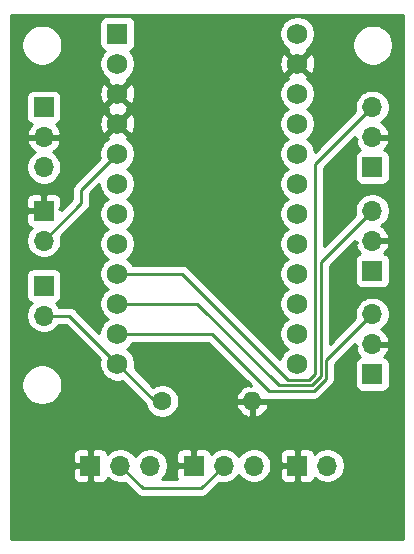
<source format=gtl>
G04 #@! TF.GenerationSoftware,KiCad,Pcbnew,(5.1.10-1-10_14)*
G04 #@! TF.CreationDate,2021-06-05T23:42:15+02:00*
G04 #@! TF.ProjectId,pro_micro_shield,70726f5f-6d69-4637-926f-5f736869656c,rev?*
G04 #@! TF.SameCoordinates,Original*
G04 #@! TF.FileFunction,Copper,L1,Top*
G04 #@! TF.FilePolarity,Positive*
%FSLAX46Y46*%
G04 Gerber Fmt 4.6, Leading zero omitted, Abs format (unit mm)*
G04 Created by KiCad (PCBNEW (5.1.10-1-10_14)) date 2021-06-05 23:42:15*
%MOMM*%
%LPD*%
G01*
G04 APERTURE LIST*
G04 #@! TA.AperFunction,ComponentPad*
%ADD10O,1.700000X1.700000*%
G04 #@! TD*
G04 #@! TA.AperFunction,ComponentPad*
%ADD11R,1.700000X1.700000*%
G04 #@! TD*
G04 #@! TA.AperFunction,ComponentPad*
%ADD12O,1.600000X1.600000*%
G04 #@! TD*
G04 #@! TA.AperFunction,ComponentPad*
%ADD13C,1.600000*%
G04 #@! TD*
G04 #@! TA.AperFunction,ComponentPad*
%ADD14C,1.752600*%
G04 #@! TD*
G04 #@! TA.AperFunction,ComponentPad*
%ADD15R,1.752600X1.752600*%
G04 #@! TD*
G04 #@! TA.AperFunction,Conductor*
%ADD16C,0.250000*%
G04 #@! TD*
G04 #@! TA.AperFunction,Conductor*
%ADD17C,0.254000*%
G04 #@! TD*
G04 #@! TA.AperFunction,Conductor*
%ADD18C,0.100000*%
G04 #@! TD*
G04 APERTURE END LIST*
D10*
X160655000Y-90551000D03*
D11*
X160655000Y-88011000D03*
D10*
X188468000Y-96774000D03*
X188468000Y-99314000D03*
D11*
X188468000Y-101854000D03*
D10*
X188468000Y-88011000D03*
X188468000Y-90551000D03*
D11*
X188468000Y-93091000D03*
D10*
X188468000Y-79248000D03*
X188468000Y-81788000D03*
D11*
X188468000Y-84328000D03*
D10*
X178435000Y-109601000D03*
X175895000Y-109601000D03*
D11*
X173355000Y-109601000D03*
D10*
X169672000Y-109601000D03*
X167132000Y-109601000D03*
D11*
X164592000Y-109601000D03*
D10*
X184658000Y-109601000D03*
D11*
X182118000Y-109601000D03*
D10*
X160655000Y-84328000D03*
X160655000Y-81788000D03*
D11*
X160655000Y-79248000D03*
D10*
X160655000Y-96901000D03*
D11*
X160655000Y-94361000D03*
D12*
X178308000Y-104140000D03*
D13*
X170688000Y-104140000D03*
D14*
X182120000Y-73030000D03*
X166880000Y-100970000D03*
X182120000Y-75570000D03*
X182120000Y-78110000D03*
X182120000Y-80650000D03*
X182120000Y-83190000D03*
X182120000Y-85730000D03*
X182120000Y-88270000D03*
X182120000Y-90810000D03*
X182120000Y-93350000D03*
X182120000Y-95890000D03*
X182120000Y-98430000D03*
X182120000Y-100970000D03*
X166880000Y-98430000D03*
X166880000Y-95890000D03*
X166880000Y-93350000D03*
X166880000Y-90810000D03*
X166880000Y-88270000D03*
X166880000Y-85730000D03*
X166880000Y-83190000D03*
X166880000Y-80650000D03*
X166880000Y-78110000D03*
X166880000Y-75570000D03*
D15*
X166880000Y-73030000D03*
D16*
X172344000Y-93350000D02*
X166880000Y-93350000D01*
X188468000Y-79248000D02*
X183642000Y-84074000D01*
X183642000Y-84074000D02*
X183642000Y-101854000D01*
X181356000Y-102362000D02*
X172344000Y-93350000D01*
X183642000Y-101854000D02*
X183134000Y-102362000D01*
X183134000Y-102362000D02*
X181356000Y-102362000D01*
X183320400Y-102812010D02*
X180536010Y-102812010D01*
X184092009Y-102040401D02*
X183320400Y-102812010D01*
X184092010Y-92386990D02*
X184092009Y-102040401D01*
X188468000Y-88011000D02*
X184092010Y-92386990D01*
X173614000Y-95890000D02*
X166880000Y-95890000D01*
X180536010Y-102812010D02*
X173614000Y-95890000D01*
X174884000Y-98430000D02*
X166880000Y-98430000D01*
X183506800Y-103262020D02*
X179716020Y-103262020D01*
X179716020Y-103262020D02*
X174884000Y-98430000D01*
X184542019Y-102226801D02*
X183506800Y-103262020D01*
X184542019Y-100699981D02*
X184542019Y-102226801D01*
X188468000Y-96774000D02*
X184542019Y-100699981D01*
X163830000Y-86240000D02*
X166880000Y-83190000D01*
X163830000Y-87376000D02*
X163830000Y-86240000D01*
X160655000Y-90551000D02*
X163830000Y-87376000D01*
X175895000Y-109601000D02*
X173990000Y-111506000D01*
X169037000Y-111506000D02*
X167132000Y-109601000D01*
X173990000Y-111506000D02*
X169037000Y-111506000D01*
X162811000Y-96901000D02*
X166880000Y-100970000D01*
X160655000Y-96901000D02*
X162811000Y-96901000D01*
X170050000Y-104140000D02*
X170688000Y-104140000D01*
X166880000Y-100970000D02*
X170050000Y-104140000D01*
D17*
X191090001Y-73217572D02*
X191090000Y-73217582D01*
X191090001Y-115467572D01*
X191090000Y-115467582D01*
X191090000Y-115840000D01*
X157910000Y-115840000D01*
X157910000Y-110451000D01*
X163103928Y-110451000D01*
X163116188Y-110575482D01*
X163152498Y-110695180D01*
X163211463Y-110805494D01*
X163290815Y-110902185D01*
X163387506Y-110981537D01*
X163497820Y-111040502D01*
X163617518Y-111076812D01*
X163742000Y-111089072D01*
X164306250Y-111086000D01*
X164465000Y-110927250D01*
X164465000Y-109728000D01*
X163265750Y-109728000D01*
X163107000Y-109886750D01*
X163103928Y-110451000D01*
X157910000Y-110451000D01*
X157910000Y-108751000D01*
X163103928Y-108751000D01*
X163107000Y-109315250D01*
X163265750Y-109474000D01*
X164465000Y-109474000D01*
X164465000Y-108274750D01*
X164719000Y-108274750D01*
X164719000Y-109474000D01*
X164739000Y-109474000D01*
X164739000Y-109728000D01*
X164719000Y-109728000D01*
X164719000Y-110927250D01*
X164877750Y-111086000D01*
X165442000Y-111089072D01*
X165566482Y-111076812D01*
X165686180Y-111040502D01*
X165796494Y-110981537D01*
X165893185Y-110902185D01*
X165972537Y-110805494D01*
X166031502Y-110695180D01*
X166053513Y-110622620D01*
X166185368Y-110754475D01*
X166428589Y-110916990D01*
X166698842Y-111028932D01*
X166985740Y-111086000D01*
X167278260Y-111086000D01*
X167498408Y-111042209D01*
X168473201Y-112017003D01*
X168496999Y-112046001D01*
X168612724Y-112140974D01*
X168744753Y-112211546D01*
X168888014Y-112255003D01*
X168999667Y-112266000D01*
X168999677Y-112266000D01*
X169037000Y-112269676D01*
X169074323Y-112266000D01*
X173952678Y-112266000D01*
X173990000Y-112269676D01*
X174027322Y-112266000D01*
X174027333Y-112266000D01*
X174138986Y-112255003D01*
X174282247Y-112211546D01*
X174414276Y-112140974D01*
X174530001Y-112046001D01*
X174553804Y-112016997D01*
X175528592Y-111042210D01*
X175748740Y-111086000D01*
X176041260Y-111086000D01*
X176328158Y-111028932D01*
X176598411Y-110916990D01*
X176841632Y-110754475D01*
X177048475Y-110547632D01*
X177165000Y-110373240D01*
X177281525Y-110547632D01*
X177488368Y-110754475D01*
X177731589Y-110916990D01*
X178001842Y-111028932D01*
X178288740Y-111086000D01*
X178581260Y-111086000D01*
X178868158Y-111028932D01*
X179138411Y-110916990D01*
X179381632Y-110754475D01*
X179588475Y-110547632D01*
X179653042Y-110451000D01*
X180629928Y-110451000D01*
X180642188Y-110575482D01*
X180678498Y-110695180D01*
X180737463Y-110805494D01*
X180816815Y-110902185D01*
X180913506Y-110981537D01*
X181023820Y-111040502D01*
X181143518Y-111076812D01*
X181268000Y-111089072D01*
X181832250Y-111086000D01*
X181991000Y-110927250D01*
X181991000Y-109728000D01*
X180791750Y-109728000D01*
X180633000Y-109886750D01*
X180629928Y-110451000D01*
X179653042Y-110451000D01*
X179750990Y-110304411D01*
X179862932Y-110034158D01*
X179920000Y-109747260D01*
X179920000Y-109454740D01*
X179862932Y-109167842D01*
X179750990Y-108897589D01*
X179653043Y-108751000D01*
X180629928Y-108751000D01*
X180633000Y-109315250D01*
X180791750Y-109474000D01*
X181991000Y-109474000D01*
X181991000Y-108274750D01*
X182245000Y-108274750D01*
X182245000Y-109474000D01*
X182265000Y-109474000D01*
X182265000Y-109728000D01*
X182245000Y-109728000D01*
X182245000Y-110927250D01*
X182403750Y-111086000D01*
X182968000Y-111089072D01*
X183092482Y-111076812D01*
X183212180Y-111040502D01*
X183322494Y-110981537D01*
X183419185Y-110902185D01*
X183498537Y-110805494D01*
X183557502Y-110695180D01*
X183579513Y-110622620D01*
X183711368Y-110754475D01*
X183954589Y-110916990D01*
X184224842Y-111028932D01*
X184511740Y-111086000D01*
X184804260Y-111086000D01*
X185091158Y-111028932D01*
X185361411Y-110916990D01*
X185604632Y-110754475D01*
X185811475Y-110547632D01*
X185973990Y-110304411D01*
X186085932Y-110034158D01*
X186143000Y-109747260D01*
X186143000Y-109454740D01*
X186085932Y-109167842D01*
X185973990Y-108897589D01*
X185811475Y-108654368D01*
X185604632Y-108447525D01*
X185361411Y-108285010D01*
X185091158Y-108173068D01*
X184804260Y-108116000D01*
X184511740Y-108116000D01*
X184224842Y-108173068D01*
X183954589Y-108285010D01*
X183711368Y-108447525D01*
X183579513Y-108579380D01*
X183557502Y-108506820D01*
X183498537Y-108396506D01*
X183419185Y-108299815D01*
X183322494Y-108220463D01*
X183212180Y-108161498D01*
X183092482Y-108125188D01*
X182968000Y-108112928D01*
X182403750Y-108116000D01*
X182245000Y-108274750D01*
X181991000Y-108274750D01*
X181832250Y-108116000D01*
X181268000Y-108112928D01*
X181143518Y-108125188D01*
X181023820Y-108161498D01*
X180913506Y-108220463D01*
X180816815Y-108299815D01*
X180737463Y-108396506D01*
X180678498Y-108506820D01*
X180642188Y-108626518D01*
X180629928Y-108751000D01*
X179653043Y-108751000D01*
X179588475Y-108654368D01*
X179381632Y-108447525D01*
X179138411Y-108285010D01*
X178868158Y-108173068D01*
X178581260Y-108116000D01*
X178288740Y-108116000D01*
X178001842Y-108173068D01*
X177731589Y-108285010D01*
X177488368Y-108447525D01*
X177281525Y-108654368D01*
X177165000Y-108828760D01*
X177048475Y-108654368D01*
X176841632Y-108447525D01*
X176598411Y-108285010D01*
X176328158Y-108173068D01*
X176041260Y-108116000D01*
X175748740Y-108116000D01*
X175461842Y-108173068D01*
X175191589Y-108285010D01*
X174948368Y-108447525D01*
X174816513Y-108579380D01*
X174794502Y-108506820D01*
X174735537Y-108396506D01*
X174656185Y-108299815D01*
X174559494Y-108220463D01*
X174449180Y-108161498D01*
X174329482Y-108125188D01*
X174205000Y-108112928D01*
X173640750Y-108116000D01*
X173482000Y-108274750D01*
X173482000Y-109474000D01*
X173502000Y-109474000D01*
X173502000Y-109728000D01*
X173482000Y-109728000D01*
X173482000Y-109748000D01*
X173228000Y-109748000D01*
X173228000Y-109728000D01*
X172028750Y-109728000D01*
X171870000Y-109886750D01*
X171866928Y-110451000D01*
X171879188Y-110575482D01*
X171915498Y-110695180D01*
X171942662Y-110746000D01*
X170627107Y-110746000D01*
X170825475Y-110547632D01*
X170987990Y-110304411D01*
X171099932Y-110034158D01*
X171157000Y-109747260D01*
X171157000Y-109454740D01*
X171099932Y-109167842D01*
X170987990Y-108897589D01*
X170890043Y-108751000D01*
X171866928Y-108751000D01*
X171870000Y-109315250D01*
X172028750Y-109474000D01*
X173228000Y-109474000D01*
X173228000Y-108274750D01*
X173069250Y-108116000D01*
X172505000Y-108112928D01*
X172380518Y-108125188D01*
X172260820Y-108161498D01*
X172150506Y-108220463D01*
X172053815Y-108299815D01*
X171974463Y-108396506D01*
X171915498Y-108506820D01*
X171879188Y-108626518D01*
X171866928Y-108751000D01*
X170890043Y-108751000D01*
X170825475Y-108654368D01*
X170618632Y-108447525D01*
X170375411Y-108285010D01*
X170105158Y-108173068D01*
X169818260Y-108116000D01*
X169525740Y-108116000D01*
X169238842Y-108173068D01*
X168968589Y-108285010D01*
X168725368Y-108447525D01*
X168518525Y-108654368D01*
X168402000Y-108828760D01*
X168285475Y-108654368D01*
X168078632Y-108447525D01*
X167835411Y-108285010D01*
X167565158Y-108173068D01*
X167278260Y-108116000D01*
X166985740Y-108116000D01*
X166698842Y-108173068D01*
X166428589Y-108285010D01*
X166185368Y-108447525D01*
X166053513Y-108579380D01*
X166031502Y-108506820D01*
X165972537Y-108396506D01*
X165893185Y-108299815D01*
X165796494Y-108220463D01*
X165686180Y-108161498D01*
X165566482Y-108125188D01*
X165442000Y-108112928D01*
X164877750Y-108116000D01*
X164719000Y-108274750D01*
X164465000Y-108274750D01*
X164306250Y-108116000D01*
X163742000Y-108112928D01*
X163617518Y-108125188D01*
X163497820Y-108161498D01*
X163387506Y-108220463D01*
X163290815Y-108299815D01*
X163211463Y-108396506D01*
X163152498Y-108506820D01*
X163116188Y-108626518D01*
X163103928Y-108751000D01*
X157910000Y-108751000D01*
X157910000Y-102579117D01*
X158765000Y-102579117D01*
X158765000Y-102920883D01*
X158831675Y-103256081D01*
X158962463Y-103571831D01*
X159152337Y-103855998D01*
X159394002Y-104097663D01*
X159678169Y-104287537D01*
X159993919Y-104418325D01*
X160329117Y-104485000D01*
X160670883Y-104485000D01*
X161006081Y-104418325D01*
X161321831Y-104287537D01*
X161605998Y-104097663D01*
X161847663Y-103855998D01*
X162037537Y-103571831D01*
X162168325Y-103256081D01*
X162235000Y-102920883D01*
X162235000Y-102579117D01*
X162168325Y-102243919D01*
X162037537Y-101928169D01*
X161847663Y-101644002D01*
X161605998Y-101402337D01*
X161321831Y-101212463D01*
X161006081Y-101081675D01*
X160670883Y-101015000D01*
X160329117Y-101015000D01*
X159993919Y-101081675D01*
X159678169Y-101212463D01*
X159394002Y-101402337D01*
X159152337Y-101644002D01*
X158962463Y-101928169D01*
X158831675Y-102243919D01*
X158765000Y-102579117D01*
X157910000Y-102579117D01*
X157910000Y-88861000D01*
X159166928Y-88861000D01*
X159179188Y-88985482D01*
X159215498Y-89105180D01*
X159274463Y-89215494D01*
X159353815Y-89312185D01*
X159450506Y-89391537D01*
X159560820Y-89450502D01*
X159633380Y-89472513D01*
X159501525Y-89604368D01*
X159339010Y-89847589D01*
X159227068Y-90117842D01*
X159170000Y-90404740D01*
X159170000Y-90697260D01*
X159227068Y-90984158D01*
X159339010Y-91254411D01*
X159501525Y-91497632D01*
X159708368Y-91704475D01*
X159951589Y-91866990D01*
X160221842Y-91978932D01*
X160508740Y-92036000D01*
X160801260Y-92036000D01*
X161088158Y-91978932D01*
X161358411Y-91866990D01*
X161601632Y-91704475D01*
X161808475Y-91497632D01*
X161970990Y-91254411D01*
X162082932Y-90984158D01*
X162140000Y-90697260D01*
X162140000Y-90404740D01*
X162096209Y-90184592D01*
X164341004Y-87939798D01*
X164370001Y-87916001D01*
X164414306Y-87862015D01*
X164464974Y-87800277D01*
X164535546Y-87668247D01*
X164560275Y-87586725D01*
X164579003Y-87524986D01*
X164590000Y-87413333D01*
X164590000Y-87413324D01*
X164593676Y-87376001D01*
X164590000Y-87338678D01*
X164590000Y-86554801D01*
X165368700Y-85776101D01*
X165368700Y-85878850D01*
X165426778Y-86170830D01*
X165540703Y-86445869D01*
X165706096Y-86693398D01*
X165916602Y-86903904D01*
X166060420Y-87000000D01*
X165916602Y-87096096D01*
X165706096Y-87306602D01*
X165540703Y-87554131D01*
X165426778Y-87829170D01*
X165368700Y-88121150D01*
X165368700Y-88418850D01*
X165426778Y-88710830D01*
X165540703Y-88985869D01*
X165706096Y-89233398D01*
X165916602Y-89443904D01*
X166060420Y-89540000D01*
X165916602Y-89636096D01*
X165706096Y-89846602D01*
X165540703Y-90094131D01*
X165426778Y-90369170D01*
X165368700Y-90661150D01*
X165368700Y-90958850D01*
X165426778Y-91250830D01*
X165540703Y-91525869D01*
X165706096Y-91773398D01*
X165916602Y-91983904D01*
X166060420Y-92080000D01*
X165916602Y-92176096D01*
X165706096Y-92386602D01*
X165540703Y-92634131D01*
X165426778Y-92909170D01*
X165368700Y-93201150D01*
X165368700Y-93498850D01*
X165426778Y-93790830D01*
X165540703Y-94065869D01*
X165706096Y-94313398D01*
X165916602Y-94523904D01*
X166060420Y-94620000D01*
X165916602Y-94716096D01*
X165706096Y-94926602D01*
X165540703Y-95174131D01*
X165426778Y-95449170D01*
X165368700Y-95741150D01*
X165368700Y-96038850D01*
X165426778Y-96330830D01*
X165540703Y-96605869D01*
X165706096Y-96853398D01*
X165916602Y-97063904D01*
X166060420Y-97160000D01*
X165916602Y-97256096D01*
X165706096Y-97466602D01*
X165540703Y-97714131D01*
X165426778Y-97989170D01*
X165368700Y-98281150D01*
X165368700Y-98383899D01*
X163374804Y-96390003D01*
X163351001Y-96360999D01*
X163235276Y-96266026D01*
X163103247Y-96195454D01*
X162959986Y-96151997D01*
X162848333Y-96141000D01*
X162848322Y-96141000D01*
X162811000Y-96137324D01*
X162773678Y-96141000D01*
X161933178Y-96141000D01*
X161808475Y-95954368D01*
X161676620Y-95822513D01*
X161749180Y-95800502D01*
X161859494Y-95741537D01*
X161956185Y-95662185D01*
X162035537Y-95565494D01*
X162094502Y-95455180D01*
X162130812Y-95335482D01*
X162143072Y-95211000D01*
X162143072Y-93511000D01*
X162130812Y-93386518D01*
X162094502Y-93266820D01*
X162035537Y-93156506D01*
X161956185Y-93059815D01*
X161859494Y-92980463D01*
X161749180Y-92921498D01*
X161629482Y-92885188D01*
X161505000Y-92872928D01*
X159805000Y-92872928D01*
X159680518Y-92885188D01*
X159560820Y-92921498D01*
X159450506Y-92980463D01*
X159353815Y-93059815D01*
X159274463Y-93156506D01*
X159215498Y-93266820D01*
X159179188Y-93386518D01*
X159166928Y-93511000D01*
X159166928Y-95211000D01*
X159179188Y-95335482D01*
X159215498Y-95455180D01*
X159274463Y-95565494D01*
X159353815Y-95662185D01*
X159450506Y-95741537D01*
X159560820Y-95800502D01*
X159633380Y-95822513D01*
X159501525Y-95954368D01*
X159339010Y-96197589D01*
X159227068Y-96467842D01*
X159170000Y-96754740D01*
X159170000Y-97047260D01*
X159227068Y-97334158D01*
X159339010Y-97604411D01*
X159501525Y-97847632D01*
X159708368Y-98054475D01*
X159951589Y-98216990D01*
X160221842Y-98328932D01*
X160508740Y-98386000D01*
X160801260Y-98386000D01*
X161088158Y-98328932D01*
X161358411Y-98216990D01*
X161601632Y-98054475D01*
X161808475Y-97847632D01*
X161933178Y-97661000D01*
X162496199Y-97661000D01*
X165416424Y-100581225D01*
X165368700Y-100821150D01*
X165368700Y-101118850D01*
X165426778Y-101410830D01*
X165540703Y-101685869D01*
X165706096Y-101933398D01*
X165916602Y-102143904D01*
X166164131Y-102309297D01*
X166439170Y-102423222D01*
X166731150Y-102481300D01*
X167028850Y-102481300D01*
X167268775Y-102433576D01*
X169286886Y-104451688D01*
X169308147Y-104558574D01*
X169416320Y-104819727D01*
X169573363Y-105054759D01*
X169773241Y-105254637D01*
X170008273Y-105411680D01*
X170269426Y-105519853D01*
X170546665Y-105575000D01*
X170829335Y-105575000D01*
X171106574Y-105519853D01*
X171367727Y-105411680D01*
X171602759Y-105254637D01*
X171802637Y-105054759D01*
X171959680Y-104819727D01*
X172067853Y-104558574D01*
X172081684Y-104489039D01*
X176916096Y-104489039D01*
X176956754Y-104623087D01*
X177076963Y-104877420D01*
X177244481Y-105103414D01*
X177452869Y-105292385D01*
X177694119Y-105437070D01*
X177958960Y-105531909D01*
X178181000Y-105410624D01*
X178181000Y-104267000D01*
X178435000Y-104267000D01*
X178435000Y-105410624D01*
X178657040Y-105531909D01*
X178921881Y-105437070D01*
X179163131Y-105292385D01*
X179371519Y-105103414D01*
X179539037Y-104877420D01*
X179659246Y-104623087D01*
X179699904Y-104489039D01*
X179577915Y-104267000D01*
X178435000Y-104267000D01*
X178181000Y-104267000D01*
X177038085Y-104267000D01*
X176916096Y-104489039D01*
X172081684Y-104489039D01*
X172123000Y-104281335D01*
X172123000Y-103998665D01*
X172067853Y-103721426D01*
X171959680Y-103460273D01*
X171802637Y-103225241D01*
X171602759Y-103025363D01*
X171367727Y-102868320D01*
X171106574Y-102760147D01*
X170829335Y-102705000D01*
X170546665Y-102705000D01*
X170269426Y-102760147D01*
X170008273Y-102868320D01*
X169915267Y-102930465D01*
X168343576Y-101358775D01*
X168391300Y-101118850D01*
X168391300Y-100821150D01*
X168333222Y-100529170D01*
X168219297Y-100254131D01*
X168053904Y-100006602D01*
X167843398Y-99796096D01*
X167699580Y-99700000D01*
X167843398Y-99603904D01*
X168053904Y-99393398D01*
X168189810Y-99190000D01*
X174569199Y-99190000D01*
X178180998Y-102801800D01*
X178180998Y-102869375D01*
X177958960Y-102748091D01*
X177694119Y-102842930D01*
X177452869Y-102987615D01*
X177244481Y-103176586D01*
X177076963Y-103402580D01*
X176956754Y-103656913D01*
X176916096Y-103790961D01*
X177038085Y-104013000D01*
X178181000Y-104013000D01*
X178181000Y-103993000D01*
X178435000Y-103993000D01*
X178435000Y-104013000D01*
X179577915Y-104013000D01*
X179578387Y-104012141D01*
X179678687Y-104022020D01*
X179678696Y-104022020D01*
X179716019Y-104025696D01*
X179753342Y-104022020D01*
X183469478Y-104022020D01*
X183506800Y-104025696D01*
X183544122Y-104022020D01*
X183544133Y-104022020D01*
X183655786Y-104011023D01*
X183799047Y-103967566D01*
X183931076Y-103896994D01*
X184046801Y-103802021D01*
X184070604Y-103773018D01*
X185053022Y-102790600D01*
X185082020Y-102766802D01*
X185176993Y-102651077D01*
X185247565Y-102519048D01*
X185291022Y-102375787D01*
X185302019Y-102264134D01*
X185302019Y-102264126D01*
X185305695Y-102226801D01*
X185302019Y-102189476D01*
X185302019Y-101014782D01*
X186983000Y-99333801D01*
X186983000Y-99441002D01*
X187147844Y-99441002D01*
X187026524Y-99670890D01*
X187071175Y-99818099D01*
X187196359Y-100080920D01*
X187370412Y-100314269D01*
X187454466Y-100390034D01*
X187373820Y-100414498D01*
X187263506Y-100473463D01*
X187166815Y-100552815D01*
X187087463Y-100649506D01*
X187028498Y-100759820D01*
X186992188Y-100879518D01*
X186979928Y-101004000D01*
X186979928Y-102704000D01*
X186992188Y-102828482D01*
X187028498Y-102948180D01*
X187087463Y-103058494D01*
X187166815Y-103155185D01*
X187263506Y-103234537D01*
X187373820Y-103293502D01*
X187493518Y-103329812D01*
X187618000Y-103342072D01*
X189318000Y-103342072D01*
X189442482Y-103329812D01*
X189562180Y-103293502D01*
X189672494Y-103234537D01*
X189769185Y-103155185D01*
X189848537Y-103058494D01*
X189907502Y-102948180D01*
X189943812Y-102828482D01*
X189956072Y-102704000D01*
X189956072Y-101004000D01*
X189943812Y-100879518D01*
X189907502Y-100759820D01*
X189848537Y-100649506D01*
X189769185Y-100552815D01*
X189672494Y-100473463D01*
X189562180Y-100414498D01*
X189481534Y-100390034D01*
X189565588Y-100314269D01*
X189739641Y-100080920D01*
X189864825Y-99818099D01*
X189909476Y-99670890D01*
X189788155Y-99441000D01*
X188595000Y-99441000D01*
X188595000Y-99461000D01*
X188341000Y-99461000D01*
X188341000Y-99441000D01*
X188321000Y-99441000D01*
X188321000Y-99187000D01*
X188341000Y-99187000D01*
X188341000Y-99167000D01*
X188595000Y-99167000D01*
X188595000Y-99187000D01*
X189788155Y-99187000D01*
X189909476Y-98957110D01*
X189864825Y-98809901D01*
X189739641Y-98547080D01*
X189565588Y-98313731D01*
X189349355Y-98118822D01*
X189232466Y-98049195D01*
X189414632Y-97927475D01*
X189621475Y-97720632D01*
X189783990Y-97477411D01*
X189895932Y-97207158D01*
X189953000Y-96920260D01*
X189953000Y-96627740D01*
X189895932Y-96340842D01*
X189783990Y-96070589D01*
X189621475Y-95827368D01*
X189414632Y-95620525D01*
X189171411Y-95458010D01*
X188901158Y-95346068D01*
X188614260Y-95289000D01*
X188321740Y-95289000D01*
X188034842Y-95346068D01*
X187764589Y-95458010D01*
X187521368Y-95620525D01*
X187314525Y-95827368D01*
X187152010Y-96070589D01*
X187040068Y-96340842D01*
X186983000Y-96627740D01*
X186983000Y-96920260D01*
X187026790Y-97140408D01*
X184852009Y-99315190D01*
X184852010Y-92701791D01*
X186983000Y-90570802D01*
X186983000Y-90678002D01*
X187147844Y-90678002D01*
X187026524Y-90907890D01*
X187071175Y-91055099D01*
X187196359Y-91317920D01*
X187370412Y-91551269D01*
X187454466Y-91627034D01*
X187373820Y-91651498D01*
X187263506Y-91710463D01*
X187166815Y-91789815D01*
X187087463Y-91886506D01*
X187028498Y-91996820D01*
X186992188Y-92116518D01*
X186979928Y-92241000D01*
X186979928Y-93941000D01*
X186992188Y-94065482D01*
X187028498Y-94185180D01*
X187087463Y-94295494D01*
X187166815Y-94392185D01*
X187263506Y-94471537D01*
X187373820Y-94530502D01*
X187493518Y-94566812D01*
X187618000Y-94579072D01*
X189318000Y-94579072D01*
X189442482Y-94566812D01*
X189562180Y-94530502D01*
X189672494Y-94471537D01*
X189769185Y-94392185D01*
X189848537Y-94295494D01*
X189907502Y-94185180D01*
X189943812Y-94065482D01*
X189956072Y-93941000D01*
X189956072Y-92241000D01*
X189943812Y-92116518D01*
X189907502Y-91996820D01*
X189848537Y-91886506D01*
X189769185Y-91789815D01*
X189672494Y-91710463D01*
X189562180Y-91651498D01*
X189481534Y-91627034D01*
X189565588Y-91551269D01*
X189739641Y-91317920D01*
X189864825Y-91055099D01*
X189909476Y-90907890D01*
X189788155Y-90678000D01*
X188595000Y-90678000D01*
X188595000Y-90698000D01*
X188341000Y-90698000D01*
X188341000Y-90678000D01*
X188321000Y-90678000D01*
X188321000Y-90424000D01*
X188341000Y-90424000D01*
X188341000Y-90404000D01*
X188595000Y-90404000D01*
X188595000Y-90424000D01*
X189788155Y-90424000D01*
X189909476Y-90194110D01*
X189864825Y-90046901D01*
X189739641Y-89784080D01*
X189565588Y-89550731D01*
X189349355Y-89355822D01*
X189232466Y-89286195D01*
X189414632Y-89164475D01*
X189621475Y-88957632D01*
X189783990Y-88714411D01*
X189895932Y-88444158D01*
X189953000Y-88157260D01*
X189953000Y-87864740D01*
X189895932Y-87577842D01*
X189783990Y-87307589D01*
X189621475Y-87064368D01*
X189414632Y-86857525D01*
X189171411Y-86695010D01*
X188901158Y-86583068D01*
X188614260Y-86526000D01*
X188321740Y-86526000D01*
X188034842Y-86583068D01*
X187764589Y-86695010D01*
X187521368Y-86857525D01*
X187314525Y-87064368D01*
X187152010Y-87307589D01*
X187040068Y-87577842D01*
X186983000Y-87864740D01*
X186983000Y-88157260D01*
X187026790Y-88377407D01*
X184402000Y-91002199D01*
X184402000Y-84388801D01*
X186983000Y-81807801D01*
X186983000Y-81915002D01*
X187147844Y-81915002D01*
X187026524Y-82144890D01*
X187071175Y-82292099D01*
X187196359Y-82554920D01*
X187370412Y-82788269D01*
X187454466Y-82864034D01*
X187373820Y-82888498D01*
X187263506Y-82947463D01*
X187166815Y-83026815D01*
X187087463Y-83123506D01*
X187028498Y-83233820D01*
X186992188Y-83353518D01*
X186979928Y-83478000D01*
X186979928Y-85178000D01*
X186992188Y-85302482D01*
X187028498Y-85422180D01*
X187087463Y-85532494D01*
X187166815Y-85629185D01*
X187263506Y-85708537D01*
X187373820Y-85767502D01*
X187493518Y-85803812D01*
X187618000Y-85816072D01*
X189318000Y-85816072D01*
X189442482Y-85803812D01*
X189562180Y-85767502D01*
X189672494Y-85708537D01*
X189769185Y-85629185D01*
X189848537Y-85532494D01*
X189907502Y-85422180D01*
X189943812Y-85302482D01*
X189956072Y-85178000D01*
X189956072Y-83478000D01*
X189943812Y-83353518D01*
X189907502Y-83233820D01*
X189848537Y-83123506D01*
X189769185Y-83026815D01*
X189672494Y-82947463D01*
X189562180Y-82888498D01*
X189481534Y-82864034D01*
X189565588Y-82788269D01*
X189739641Y-82554920D01*
X189864825Y-82292099D01*
X189909476Y-82144890D01*
X189788155Y-81915000D01*
X188595000Y-81915000D01*
X188595000Y-81935000D01*
X188341000Y-81935000D01*
X188341000Y-81915000D01*
X188321000Y-81915000D01*
X188321000Y-81661000D01*
X188341000Y-81661000D01*
X188341000Y-81641000D01*
X188595000Y-81641000D01*
X188595000Y-81661000D01*
X189788155Y-81661000D01*
X189909476Y-81431110D01*
X189864825Y-81283901D01*
X189739641Y-81021080D01*
X189565588Y-80787731D01*
X189349355Y-80592822D01*
X189232466Y-80523195D01*
X189414632Y-80401475D01*
X189621475Y-80194632D01*
X189783990Y-79951411D01*
X189895932Y-79681158D01*
X189953000Y-79394260D01*
X189953000Y-79101740D01*
X189895932Y-78814842D01*
X189783990Y-78544589D01*
X189621475Y-78301368D01*
X189414632Y-78094525D01*
X189171411Y-77932010D01*
X188901158Y-77820068D01*
X188614260Y-77763000D01*
X188321740Y-77763000D01*
X188034842Y-77820068D01*
X187764589Y-77932010D01*
X187521368Y-78094525D01*
X187314525Y-78301368D01*
X187152010Y-78544589D01*
X187040068Y-78814842D01*
X186983000Y-79101740D01*
X186983000Y-79394260D01*
X187026790Y-79614408D01*
X183626115Y-83015084D01*
X183573222Y-82749170D01*
X183459297Y-82474131D01*
X183293904Y-82226602D01*
X183083398Y-82016096D01*
X182939580Y-81920000D01*
X183083398Y-81823904D01*
X183293904Y-81613398D01*
X183459297Y-81365869D01*
X183573222Y-81090830D01*
X183631300Y-80798850D01*
X183631300Y-80501150D01*
X183573222Y-80209170D01*
X183459297Y-79934131D01*
X183293904Y-79686602D01*
X183083398Y-79476096D01*
X182939580Y-79380000D01*
X183083398Y-79283904D01*
X183293904Y-79073398D01*
X183459297Y-78825869D01*
X183573222Y-78550830D01*
X183631300Y-78258850D01*
X183631300Y-77961150D01*
X183573222Y-77669170D01*
X183459297Y-77394131D01*
X183293904Y-77146602D01*
X183083398Y-76936096D01*
X182920191Y-76827045D01*
X182987563Y-76617169D01*
X182120000Y-75749605D01*
X181252437Y-76617169D01*
X181319809Y-76827045D01*
X181156602Y-76936096D01*
X180946096Y-77146602D01*
X180780703Y-77394131D01*
X180666778Y-77669170D01*
X180608700Y-77961150D01*
X180608700Y-78258850D01*
X180666778Y-78550830D01*
X180780703Y-78825869D01*
X180946096Y-79073398D01*
X181156602Y-79283904D01*
X181300420Y-79380000D01*
X181156602Y-79476096D01*
X180946096Y-79686602D01*
X180780703Y-79934131D01*
X180666778Y-80209170D01*
X180608700Y-80501150D01*
X180608700Y-80798850D01*
X180666778Y-81090830D01*
X180780703Y-81365869D01*
X180946096Y-81613398D01*
X181156602Y-81823904D01*
X181300420Y-81920000D01*
X181156602Y-82016096D01*
X180946096Y-82226602D01*
X180780703Y-82474131D01*
X180666778Y-82749170D01*
X180608700Y-83041150D01*
X180608700Y-83338850D01*
X180666778Y-83630830D01*
X180780703Y-83905869D01*
X180946096Y-84153398D01*
X181156602Y-84363904D01*
X181300420Y-84460000D01*
X181156602Y-84556096D01*
X180946096Y-84766602D01*
X180780703Y-85014131D01*
X180666778Y-85289170D01*
X180608700Y-85581150D01*
X180608700Y-85878850D01*
X180666778Y-86170830D01*
X180780703Y-86445869D01*
X180946096Y-86693398D01*
X181156602Y-86903904D01*
X181300420Y-87000000D01*
X181156602Y-87096096D01*
X180946096Y-87306602D01*
X180780703Y-87554131D01*
X180666778Y-87829170D01*
X180608700Y-88121150D01*
X180608700Y-88418850D01*
X180666778Y-88710830D01*
X180780703Y-88985869D01*
X180946096Y-89233398D01*
X181156602Y-89443904D01*
X181300420Y-89540000D01*
X181156602Y-89636096D01*
X180946096Y-89846602D01*
X180780703Y-90094131D01*
X180666778Y-90369170D01*
X180608700Y-90661150D01*
X180608700Y-90958850D01*
X180666778Y-91250830D01*
X180780703Y-91525869D01*
X180946096Y-91773398D01*
X181156602Y-91983904D01*
X181300420Y-92080000D01*
X181156602Y-92176096D01*
X180946096Y-92386602D01*
X180780703Y-92634131D01*
X180666778Y-92909170D01*
X180608700Y-93201150D01*
X180608700Y-93498850D01*
X180666778Y-93790830D01*
X180780703Y-94065869D01*
X180946096Y-94313398D01*
X181156602Y-94523904D01*
X181300420Y-94620000D01*
X181156602Y-94716096D01*
X180946096Y-94926602D01*
X180780703Y-95174131D01*
X180666778Y-95449170D01*
X180608700Y-95741150D01*
X180608700Y-96038850D01*
X180666778Y-96330830D01*
X180780703Y-96605869D01*
X180946096Y-96853398D01*
X181156602Y-97063904D01*
X181300420Y-97160000D01*
X181156602Y-97256096D01*
X180946096Y-97466602D01*
X180780703Y-97714131D01*
X180666778Y-97989170D01*
X180608700Y-98281150D01*
X180608700Y-98578850D01*
X180666778Y-98870830D01*
X180780703Y-99145869D01*
X180946096Y-99393398D01*
X181156602Y-99603904D01*
X181300420Y-99700000D01*
X181156602Y-99796096D01*
X180946096Y-100006602D01*
X180780703Y-100254131D01*
X180666778Y-100529170D01*
X180655362Y-100586561D01*
X172907804Y-92839003D01*
X172884001Y-92809999D01*
X172768276Y-92715026D01*
X172636247Y-92644454D01*
X172492986Y-92600997D01*
X172381333Y-92590000D01*
X172381322Y-92590000D01*
X172344000Y-92586324D01*
X172306678Y-92590000D01*
X168189810Y-92590000D01*
X168053904Y-92386602D01*
X167843398Y-92176096D01*
X167699580Y-92080000D01*
X167843398Y-91983904D01*
X168053904Y-91773398D01*
X168219297Y-91525869D01*
X168333222Y-91250830D01*
X168391300Y-90958850D01*
X168391300Y-90661150D01*
X168333222Y-90369170D01*
X168219297Y-90094131D01*
X168053904Y-89846602D01*
X167843398Y-89636096D01*
X167699580Y-89540000D01*
X167843398Y-89443904D01*
X168053904Y-89233398D01*
X168219297Y-88985869D01*
X168333222Y-88710830D01*
X168391300Y-88418850D01*
X168391300Y-88121150D01*
X168333222Y-87829170D01*
X168219297Y-87554131D01*
X168053904Y-87306602D01*
X167843398Y-87096096D01*
X167699580Y-87000000D01*
X167843398Y-86903904D01*
X168053904Y-86693398D01*
X168219297Y-86445869D01*
X168333222Y-86170830D01*
X168391300Y-85878850D01*
X168391300Y-85581150D01*
X168333222Y-85289170D01*
X168219297Y-85014131D01*
X168053904Y-84766602D01*
X167843398Y-84556096D01*
X167699580Y-84460000D01*
X167843398Y-84363904D01*
X168053904Y-84153398D01*
X168219297Y-83905869D01*
X168333222Y-83630830D01*
X168391300Y-83338850D01*
X168391300Y-83041150D01*
X168333222Y-82749170D01*
X168219297Y-82474131D01*
X168053904Y-82226602D01*
X167843398Y-82016096D01*
X167680191Y-81907045D01*
X167747563Y-81697169D01*
X166880000Y-80829605D01*
X166012437Y-81697169D01*
X166079809Y-81907045D01*
X165916602Y-82016096D01*
X165706096Y-82226602D01*
X165540703Y-82474131D01*
X165426778Y-82749170D01*
X165368700Y-83041150D01*
X165368700Y-83338850D01*
X165416424Y-83578775D01*
X163318998Y-85676201D01*
X163290000Y-85699999D01*
X163266202Y-85728997D01*
X163266201Y-85728998D01*
X163195026Y-85815724D01*
X163124454Y-85947754D01*
X163080998Y-86091015D01*
X163066324Y-86240000D01*
X163070001Y-86277332D01*
X163070000Y-87061198D01*
X162140000Y-87991198D01*
X162140000Y-87883998D01*
X161981252Y-87883998D01*
X162140000Y-87725250D01*
X162143072Y-87161000D01*
X162130812Y-87036518D01*
X162094502Y-86916820D01*
X162035537Y-86806506D01*
X161956185Y-86709815D01*
X161859494Y-86630463D01*
X161749180Y-86571498D01*
X161629482Y-86535188D01*
X161505000Y-86522928D01*
X160940750Y-86526000D01*
X160782000Y-86684750D01*
X160782000Y-87884000D01*
X160802000Y-87884000D01*
X160802000Y-88138000D01*
X160782000Y-88138000D01*
X160782000Y-88158000D01*
X160528000Y-88158000D01*
X160528000Y-88138000D01*
X159328750Y-88138000D01*
X159170000Y-88296750D01*
X159166928Y-88861000D01*
X157910000Y-88861000D01*
X157910000Y-87161000D01*
X159166928Y-87161000D01*
X159170000Y-87725250D01*
X159328750Y-87884000D01*
X160528000Y-87884000D01*
X160528000Y-86684750D01*
X160369250Y-86526000D01*
X159805000Y-86522928D01*
X159680518Y-86535188D01*
X159560820Y-86571498D01*
X159450506Y-86630463D01*
X159353815Y-86709815D01*
X159274463Y-86806506D01*
X159215498Y-86916820D01*
X159179188Y-87036518D01*
X159166928Y-87161000D01*
X157910000Y-87161000D01*
X157910000Y-84181740D01*
X159170000Y-84181740D01*
X159170000Y-84474260D01*
X159227068Y-84761158D01*
X159339010Y-85031411D01*
X159501525Y-85274632D01*
X159708368Y-85481475D01*
X159951589Y-85643990D01*
X160221842Y-85755932D01*
X160508740Y-85813000D01*
X160801260Y-85813000D01*
X161088158Y-85755932D01*
X161358411Y-85643990D01*
X161601632Y-85481475D01*
X161808475Y-85274632D01*
X161970990Y-85031411D01*
X162082932Y-84761158D01*
X162140000Y-84474260D01*
X162140000Y-84181740D01*
X162082932Y-83894842D01*
X161970990Y-83624589D01*
X161808475Y-83381368D01*
X161601632Y-83174525D01*
X161419466Y-83052805D01*
X161536355Y-82983178D01*
X161752588Y-82788269D01*
X161926641Y-82554920D01*
X162051825Y-82292099D01*
X162096476Y-82144890D01*
X161975155Y-81915000D01*
X160782000Y-81915000D01*
X160782000Y-81935000D01*
X160528000Y-81935000D01*
X160528000Y-81915000D01*
X159334845Y-81915000D01*
X159213524Y-82144890D01*
X159258175Y-82292099D01*
X159383359Y-82554920D01*
X159557412Y-82788269D01*
X159773645Y-82983178D01*
X159890534Y-83052805D01*
X159708368Y-83174525D01*
X159501525Y-83381368D01*
X159339010Y-83624589D01*
X159227068Y-83894842D01*
X159170000Y-84181740D01*
X157910000Y-84181740D01*
X157910000Y-78398000D01*
X159166928Y-78398000D01*
X159166928Y-80098000D01*
X159179188Y-80222482D01*
X159215498Y-80342180D01*
X159274463Y-80452494D01*
X159353815Y-80549185D01*
X159450506Y-80628537D01*
X159560820Y-80687502D01*
X159641466Y-80711966D01*
X159557412Y-80787731D01*
X159383359Y-81021080D01*
X159258175Y-81283901D01*
X159213524Y-81431110D01*
X159334845Y-81661000D01*
X160528000Y-81661000D01*
X160528000Y-81641000D01*
X160782000Y-81641000D01*
X160782000Y-81661000D01*
X161975155Y-81661000D01*
X162096476Y-81431110D01*
X162051825Y-81283901D01*
X161926641Y-81021080D01*
X161752588Y-80787731D01*
X161674664Y-80717491D01*
X165362887Y-80717491D01*
X165405204Y-81012167D01*
X165504198Y-81292927D01*
X165581071Y-81436746D01*
X165832831Y-81517563D01*
X166700395Y-80650000D01*
X167059605Y-80650000D01*
X167927169Y-81517563D01*
X168178929Y-81436746D01*
X168307457Y-81168221D01*
X168381129Y-80879781D01*
X168397113Y-80582509D01*
X168354796Y-80287833D01*
X168255802Y-80007073D01*
X168178929Y-79863254D01*
X167927169Y-79782437D01*
X167059605Y-80650000D01*
X166700395Y-80650000D01*
X165832831Y-79782437D01*
X165581071Y-79863254D01*
X165452543Y-80131779D01*
X165378871Y-80420219D01*
X165362887Y-80717491D01*
X161674664Y-80717491D01*
X161668534Y-80711966D01*
X161749180Y-80687502D01*
X161859494Y-80628537D01*
X161956185Y-80549185D01*
X162035537Y-80452494D01*
X162094502Y-80342180D01*
X162130812Y-80222482D01*
X162143072Y-80098000D01*
X162143072Y-79157169D01*
X166012437Y-79157169D01*
X166083968Y-79380000D01*
X166012437Y-79602831D01*
X166880000Y-80470395D01*
X167747563Y-79602831D01*
X167676032Y-79380000D01*
X167747563Y-79157169D01*
X166880000Y-78289605D01*
X166012437Y-79157169D01*
X162143072Y-79157169D01*
X162143072Y-78398000D01*
X162130812Y-78273518D01*
X162101683Y-78177491D01*
X165362887Y-78177491D01*
X165405204Y-78472167D01*
X165504198Y-78752927D01*
X165581071Y-78896746D01*
X165832831Y-78977563D01*
X166700395Y-78110000D01*
X167059605Y-78110000D01*
X167927169Y-78977563D01*
X168178929Y-78896746D01*
X168307457Y-78628221D01*
X168381129Y-78339781D01*
X168397113Y-78042509D01*
X168354796Y-77747833D01*
X168255802Y-77467073D01*
X168178929Y-77323254D01*
X167927169Y-77242437D01*
X167059605Y-78110000D01*
X166700395Y-78110000D01*
X165832831Y-77242437D01*
X165581071Y-77323254D01*
X165452543Y-77591779D01*
X165378871Y-77880219D01*
X165362887Y-78177491D01*
X162101683Y-78177491D01*
X162094502Y-78153820D01*
X162035537Y-78043506D01*
X161956185Y-77946815D01*
X161859494Y-77867463D01*
X161749180Y-77808498D01*
X161629482Y-77772188D01*
X161505000Y-77759928D01*
X159805000Y-77759928D01*
X159680518Y-77772188D01*
X159560820Y-77808498D01*
X159450506Y-77867463D01*
X159353815Y-77946815D01*
X159274463Y-78043506D01*
X159215498Y-78153820D01*
X159179188Y-78273518D01*
X159166928Y-78398000D01*
X157910000Y-78398000D01*
X157910000Y-73829117D01*
X158765000Y-73829117D01*
X158765000Y-74170883D01*
X158831675Y-74506081D01*
X158962463Y-74821831D01*
X159152337Y-75105998D01*
X159394002Y-75347663D01*
X159678169Y-75537537D01*
X159993919Y-75668325D01*
X160329117Y-75735000D01*
X160670883Y-75735000D01*
X161006081Y-75668325D01*
X161321831Y-75537537D01*
X161605998Y-75347663D01*
X161847663Y-75105998D01*
X162037537Y-74821831D01*
X162168325Y-74506081D01*
X162235000Y-74170883D01*
X162235000Y-73829117D01*
X162168325Y-73493919D01*
X162037537Y-73178169D01*
X161847663Y-72894002D01*
X161605998Y-72652337D01*
X161321831Y-72462463D01*
X161006081Y-72331675D01*
X160670883Y-72265000D01*
X160329117Y-72265000D01*
X159993919Y-72331675D01*
X159678169Y-72462463D01*
X159394002Y-72652337D01*
X159152337Y-72894002D01*
X158962463Y-73178169D01*
X158831675Y-73493919D01*
X158765000Y-73829117D01*
X157910000Y-73829117D01*
X157910000Y-72153700D01*
X165365628Y-72153700D01*
X165365628Y-73906300D01*
X165377888Y-74030782D01*
X165414198Y-74150480D01*
X165473163Y-74260794D01*
X165552515Y-74357485D01*
X165649206Y-74436837D01*
X165759520Y-74495802D01*
X165803542Y-74509156D01*
X165706096Y-74606602D01*
X165540703Y-74854131D01*
X165426778Y-75129170D01*
X165368700Y-75421150D01*
X165368700Y-75718850D01*
X165426778Y-76010830D01*
X165540703Y-76285869D01*
X165706096Y-76533398D01*
X165916602Y-76743904D01*
X166079809Y-76852955D01*
X166012437Y-77062831D01*
X166880000Y-77930395D01*
X167747563Y-77062831D01*
X167680191Y-76852955D01*
X167843398Y-76743904D01*
X168053904Y-76533398D01*
X168219297Y-76285869D01*
X168333222Y-76010830D01*
X168391300Y-75718850D01*
X168391300Y-75637491D01*
X180602887Y-75637491D01*
X180645204Y-75932167D01*
X180744198Y-76212927D01*
X180821071Y-76356746D01*
X181072831Y-76437563D01*
X181940395Y-75570000D01*
X182299605Y-75570000D01*
X183167169Y-76437563D01*
X183418929Y-76356746D01*
X183547457Y-76088221D01*
X183621129Y-75799781D01*
X183637113Y-75502509D01*
X183594796Y-75207833D01*
X183495802Y-74927073D01*
X183418929Y-74783254D01*
X183167169Y-74702437D01*
X182299605Y-75570000D01*
X181940395Y-75570000D01*
X181072831Y-74702437D01*
X180821071Y-74783254D01*
X180692543Y-75051779D01*
X180618871Y-75340219D01*
X180602887Y-75637491D01*
X168391300Y-75637491D01*
X168391300Y-75421150D01*
X168333222Y-75129170D01*
X168219297Y-74854131D01*
X168053904Y-74606602D01*
X167956458Y-74509156D01*
X168000480Y-74495802D01*
X168110794Y-74436837D01*
X168207485Y-74357485D01*
X168286837Y-74260794D01*
X168345802Y-74150480D01*
X168382112Y-74030782D01*
X168394372Y-73906300D01*
X168394372Y-72881150D01*
X180608700Y-72881150D01*
X180608700Y-73178850D01*
X180666778Y-73470830D01*
X180780703Y-73745869D01*
X180946096Y-73993398D01*
X181156602Y-74203904D01*
X181319809Y-74312955D01*
X181252437Y-74522831D01*
X182120000Y-75390395D01*
X182987563Y-74522831D01*
X182920191Y-74312955D01*
X183083398Y-74203904D01*
X183293904Y-73993398D01*
X183403672Y-73829117D01*
X186765000Y-73829117D01*
X186765000Y-74170883D01*
X186831675Y-74506081D01*
X186962463Y-74821831D01*
X187152337Y-75105998D01*
X187394002Y-75347663D01*
X187678169Y-75537537D01*
X187993919Y-75668325D01*
X188329117Y-75735000D01*
X188670883Y-75735000D01*
X189006081Y-75668325D01*
X189321831Y-75537537D01*
X189605998Y-75347663D01*
X189847663Y-75105998D01*
X190037537Y-74821831D01*
X190168325Y-74506081D01*
X190235000Y-74170883D01*
X190235000Y-73829117D01*
X190168325Y-73493919D01*
X190037537Y-73178169D01*
X189847663Y-72894002D01*
X189605998Y-72652337D01*
X189321831Y-72462463D01*
X189006081Y-72331675D01*
X188670883Y-72265000D01*
X188329117Y-72265000D01*
X187993919Y-72331675D01*
X187678169Y-72462463D01*
X187394002Y-72652337D01*
X187152337Y-72894002D01*
X186962463Y-73178169D01*
X186831675Y-73493919D01*
X186765000Y-73829117D01*
X183403672Y-73829117D01*
X183459297Y-73745869D01*
X183573222Y-73470830D01*
X183631300Y-73178850D01*
X183631300Y-72881150D01*
X183573222Y-72589170D01*
X183459297Y-72314131D01*
X183293904Y-72066602D01*
X183083398Y-71856096D01*
X182835869Y-71690703D01*
X182560830Y-71576778D01*
X182268850Y-71518700D01*
X181971150Y-71518700D01*
X181679170Y-71576778D01*
X181404131Y-71690703D01*
X181156602Y-71856096D01*
X180946096Y-72066602D01*
X180780703Y-72314131D01*
X180666778Y-72589170D01*
X180608700Y-72881150D01*
X168394372Y-72881150D01*
X168394372Y-72153700D01*
X168382112Y-72029218D01*
X168345802Y-71909520D01*
X168286837Y-71799206D01*
X168207485Y-71702515D01*
X168110794Y-71623163D01*
X168000480Y-71564198D01*
X167880782Y-71527888D01*
X167756300Y-71515628D01*
X166003700Y-71515628D01*
X165879218Y-71527888D01*
X165759520Y-71564198D01*
X165649206Y-71623163D01*
X165552515Y-71702515D01*
X165473163Y-71799206D01*
X165414198Y-71909520D01*
X165377888Y-72029218D01*
X165365628Y-72153700D01*
X157910000Y-72153700D01*
X157910000Y-71410000D01*
X191090000Y-71410000D01*
X191090001Y-73217572D01*
G04 #@! TA.AperFunction,Conductor*
D18*
G36*
X191090001Y-73217572D02*
G01*
X191090000Y-73217582D01*
X191090001Y-115467572D01*
X191090000Y-115467582D01*
X191090000Y-115840000D01*
X157910000Y-115840000D01*
X157910000Y-110451000D01*
X163103928Y-110451000D01*
X163116188Y-110575482D01*
X163152498Y-110695180D01*
X163211463Y-110805494D01*
X163290815Y-110902185D01*
X163387506Y-110981537D01*
X163497820Y-111040502D01*
X163617518Y-111076812D01*
X163742000Y-111089072D01*
X164306250Y-111086000D01*
X164465000Y-110927250D01*
X164465000Y-109728000D01*
X163265750Y-109728000D01*
X163107000Y-109886750D01*
X163103928Y-110451000D01*
X157910000Y-110451000D01*
X157910000Y-108751000D01*
X163103928Y-108751000D01*
X163107000Y-109315250D01*
X163265750Y-109474000D01*
X164465000Y-109474000D01*
X164465000Y-108274750D01*
X164719000Y-108274750D01*
X164719000Y-109474000D01*
X164739000Y-109474000D01*
X164739000Y-109728000D01*
X164719000Y-109728000D01*
X164719000Y-110927250D01*
X164877750Y-111086000D01*
X165442000Y-111089072D01*
X165566482Y-111076812D01*
X165686180Y-111040502D01*
X165796494Y-110981537D01*
X165893185Y-110902185D01*
X165972537Y-110805494D01*
X166031502Y-110695180D01*
X166053513Y-110622620D01*
X166185368Y-110754475D01*
X166428589Y-110916990D01*
X166698842Y-111028932D01*
X166985740Y-111086000D01*
X167278260Y-111086000D01*
X167498408Y-111042209D01*
X168473201Y-112017003D01*
X168496999Y-112046001D01*
X168612724Y-112140974D01*
X168744753Y-112211546D01*
X168888014Y-112255003D01*
X168999667Y-112266000D01*
X168999677Y-112266000D01*
X169037000Y-112269676D01*
X169074323Y-112266000D01*
X173952678Y-112266000D01*
X173990000Y-112269676D01*
X174027322Y-112266000D01*
X174027333Y-112266000D01*
X174138986Y-112255003D01*
X174282247Y-112211546D01*
X174414276Y-112140974D01*
X174530001Y-112046001D01*
X174553804Y-112016997D01*
X175528592Y-111042210D01*
X175748740Y-111086000D01*
X176041260Y-111086000D01*
X176328158Y-111028932D01*
X176598411Y-110916990D01*
X176841632Y-110754475D01*
X177048475Y-110547632D01*
X177165000Y-110373240D01*
X177281525Y-110547632D01*
X177488368Y-110754475D01*
X177731589Y-110916990D01*
X178001842Y-111028932D01*
X178288740Y-111086000D01*
X178581260Y-111086000D01*
X178868158Y-111028932D01*
X179138411Y-110916990D01*
X179381632Y-110754475D01*
X179588475Y-110547632D01*
X179653042Y-110451000D01*
X180629928Y-110451000D01*
X180642188Y-110575482D01*
X180678498Y-110695180D01*
X180737463Y-110805494D01*
X180816815Y-110902185D01*
X180913506Y-110981537D01*
X181023820Y-111040502D01*
X181143518Y-111076812D01*
X181268000Y-111089072D01*
X181832250Y-111086000D01*
X181991000Y-110927250D01*
X181991000Y-109728000D01*
X180791750Y-109728000D01*
X180633000Y-109886750D01*
X180629928Y-110451000D01*
X179653042Y-110451000D01*
X179750990Y-110304411D01*
X179862932Y-110034158D01*
X179920000Y-109747260D01*
X179920000Y-109454740D01*
X179862932Y-109167842D01*
X179750990Y-108897589D01*
X179653043Y-108751000D01*
X180629928Y-108751000D01*
X180633000Y-109315250D01*
X180791750Y-109474000D01*
X181991000Y-109474000D01*
X181991000Y-108274750D01*
X182245000Y-108274750D01*
X182245000Y-109474000D01*
X182265000Y-109474000D01*
X182265000Y-109728000D01*
X182245000Y-109728000D01*
X182245000Y-110927250D01*
X182403750Y-111086000D01*
X182968000Y-111089072D01*
X183092482Y-111076812D01*
X183212180Y-111040502D01*
X183322494Y-110981537D01*
X183419185Y-110902185D01*
X183498537Y-110805494D01*
X183557502Y-110695180D01*
X183579513Y-110622620D01*
X183711368Y-110754475D01*
X183954589Y-110916990D01*
X184224842Y-111028932D01*
X184511740Y-111086000D01*
X184804260Y-111086000D01*
X185091158Y-111028932D01*
X185361411Y-110916990D01*
X185604632Y-110754475D01*
X185811475Y-110547632D01*
X185973990Y-110304411D01*
X186085932Y-110034158D01*
X186143000Y-109747260D01*
X186143000Y-109454740D01*
X186085932Y-109167842D01*
X185973990Y-108897589D01*
X185811475Y-108654368D01*
X185604632Y-108447525D01*
X185361411Y-108285010D01*
X185091158Y-108173068D01*
X184804260Y-108116000D01*
X184511740Y-108116000D01*
X184224842Y-108173068D01*
X183954589Y-108285010D01*
X183711368Y-108447525D01*
X183579513Y-108579380D01*
X183557502Y-108506820D01*
X183498537Y-108396506D01*
X183419185Y-108299815D01*
X183322494Y-108220463D01*
X183212180Y-108161498D01*
X183092482Y-108125188D01*
X182968000Y-108112928D01*
X182403750Y-108116000D01*
X182245000Y-108274750D01*
X181991000Y-108274750D01*
X181832250Y-108116000D01*
X181268000Y-108112928D01*
X181143518Y-108125188D01*
X181023820Y-108161498D01*
X180913506Y-108220463D01*
X180816815Y-108299815D01*
X180737463Y-108396506D01*
X180678498Y-108506820D01*
X180642188Y-108626518D01*
X180629928Y-108751000D01*
X179653043Y-108751000D01*
X179588475Y-108654368D01*
X179381632Y-108447525D01*
X179138411Y-108285010D01*
X178868158Y-108173068D01*
X178581260Y-108116000D01*
X178288740Y-108116000D01*
X178001842Y-108173068D01*
X177731589Y-108285010D01*
X177488368Y-108447525D01*
X177281525Y-108654368D01*
X177165000Y-108828760D01*
X177048475Y-108654368D01*
X176841632Y-108447525D01*
X176598411Y-108285010D01*
X176328158Y-108173068D01*
X176041260Y-108116000D01*
X175748740Y-108116000D01*
X175461842Y-108173068D01*
X175191589Y-108285010D01*
X174948368Y-108447525D01*
X174816513Y-108579380D01*
X174794502Y-108506820D01*
X174735537Y-108396506D01*
X174656185Y-108299815D01*
X174559494Y-108220463D01*
X174449180Y-108161498D01*
X174329482Y-108125188D01*
X174205000Y-108112928D01*
X173640750Y-108116000D01*
X173482000Y-108274750D01*
X173482000Y-109474000D01*
X173502000Y-109474000D01*
X173502000Y-109728000D01*
X173482000Y-109728000D01*
X173482000Y-109748000D01*
X173228000Y-109748000D01*
X173228000Y-109728000D01*
X172028750Y-109728000D01*
X171870000Y-109886750D01*
X171866928Y-110451000D01*
X171879188Y-110575482D01*
X171915498Y-110695180D01*
X171942662Y-110746000D01*
X170627107Y-110746000D01*
X170825475Y-110547632D01*
X170987990Y-110304411D01*
X171099932Y-110034158D01*
X171157000Y-109747260D01*
X171157000Y-109454740D01*
X171099932Y-109167842D01*
X170987990Y-108897589D01*
X170890043Y-108751000D01*
X171866928Y-108751000D01*
X171870000Y-109315250D01*
X172028750Y-109474000D01*
X173228000Y-109474000D01*
X173228000Y-108274750D01*
X173069250Y-108116000D01*
X172505000Y-108112928D01*
X172380518Y-108125188D01*
X172260820Y-108161498D01*
X172150506Y-108220463D01*
X172053815Y-108299815D01*
X171974463Y-108396506D01*
X171915498Y-108506820D01*
X171879188Y-108626518D01*
X171866928Y-108751000D01*
X170890043Y-108751000D01*
X170825475Y-108654368D01*
X170618632Y-108447525D01*
X170375411Y-108285010D01*
X170105158Y-108173068D01*
X169818260Y-108116000D01*
X169525740Y-108116000D01*
X169238842Y-108173068D01*
X168968589Y-108285010D01*
X168725368Y-108447525D01*
X168518525Y-108654368D01*
X168402000Y-108828760D01*
X168285475Y-108654368D01*
X168078632Y-108447525D01*
X167835411Y-108285010D01*
X167565158Y-108173068D01*
X167278260Y-108116000D01*
X166985740Y-108116000D01*
X166698842Y-108173068D01*
X166428589Y-108285010D01*
X166185368Y-108447525D01*
X166053513Y-108579380D01*
X166031502Y-108506820D01*
X165972537Y-108396506D01*
X165893185Y-108299815D01*
X165796494Y-108220463D01*
X165686180Y-108161498D01*
X165566482Y-108125188D01*
X165442000Y-108112928D01*
X164877750Y-108116000D01*
X164719000Y-108274750D01*
X164465000Y-108274750D01*
X164306250Y-108116000D01*
X163742000Y-108112928D01*
X163617518Y-108125188D01*
X163497820Y-108161498D01*
X163387506Y-108220463D01*
X163290815Y-108299815D01*
X163211463Y-108396506D01*
X163152498Y-108506820D01*
X163116188Y-108626518D01*
X163103928Y-108751000D01*
X157910000Y-108751000D01*
X157910000Y-102579117D01*
X158765000Y-102579117D01*
X158765000Y-102920883D01*
X158831675Y-103256081D01*
X158962463Y-103571831D01*
X159152337Y-103855998D01*
X159394002Y-104097663D01*
X159678169Y-104287537D01*
X159993919Y-104418325D01*
X160329117Y-104485000D01*
X160670883Y-104485000D01*
X161006081Y-104418325D01*
X161321831Y-104287537D01*
X161605998Y-104097663D01*
X161847663Y-103855998D01*
X162037537Y-103571831D01*
X162168325Y-103256081D01*
X162235000Y-102920883D01*
X162235000Y-102579117D01*
X162168325Y-102243919D01*
X162037537Y-101928169D01*
X161847663Y-101644002D01*
X161605998Y-101402337D01*
X161321831Y-101212463D01*
X161006081Y-101081675D01*
X160670883Y-101015000D01*
X160329117Y-101015000D01*
X159993919Y-101081675D01*
X159678169Y-101212463D01*
X159394002Y-101402337D01*
X159152337Y-101644002D01*
X158962463Y-101928169D01*
X158831675Y-102243919D01*
X158765000Y-102579117D01*
X157910000Y-102579117D01*
X157910000Y-88861000D01*
X159166928Y-88861000D01*
X159179188Y-88985482D01*
X159215498Y-89105180D01*
X159274463Y-89215494D01*
X159353815Y-89312185D01*
X159450506Y-89391537D01*
X159560820Y-89450502D01*
X159633380Y-89472513D01*
X159501525Y-89604368D01*
X159339010Y-89847589D01*
X159227068Y-90117842D01*
X159170000Y-90404740D01*
X159170000Y-90697260D01*
X159227068Y-90984158D01*
X159339010Y-91254411D01*
X159501525Y-91497632D01*
X159708368Y-91704475D01*
X159951589Y-91866990D01*
X160221842Y-91978932D01*
X160508740Y-92036000D01*
X160801260Y-92036000D01*
X161088158Y-91978932D01*
X161358411Y-91866990D01*
X161601632Y-91704475D01*
X161808475Y-91497632D01*
X161970990Y-91254411D01*
X162082932Y-90984158D01*
X162140000Y-90697260D01*
X162140000Y-90404740D01*
X162096209Y-90184592D01*
X164341004Y-87939798D01*
X164370001Y-87916001D01*
X164414306Y-87862015D01*
X164464974Y-87800277D01*
X164535546Y-87668247D01*
X164560275Y-87586725D01*
X164579003Y-87524986D01*
X164590000Y-87413333D01*
X164590000Y-87413324D01*
X164593676Y-87376001D01*
X164590000Y-87338678D01*
X164590000Y-86554801D01*
X165368700Y-85776101D01*
X165368700Y-85878850D01*
X165426778Y-86170830D01*
X165540703Y-86445869D01*
X165706096Y-86693398D01*
X165916602Y-86903904D01*
X166060420Y-87000000D01*
X165916602Y-87096096D01*
X165706096Y-87306602D01*
X165540703Y-87554131D01*
X165426778Y-87829170D01*
X165368700Y-88121150D01*
X165368700Y-88418850D01*
X165426778Y-88710830D01*
X165540703Y-88985869D01*
X165706096Y-89233398D01*
X165916602Y-89443904D01*
X166060420Y-89540000D01*
X165916602Y-89636096D01*
X165706096Y-89846602D01*
X165540703Y-90094131D01*
X165426778Y-90369170D01*
X165368700Y-90661150D01*
X165368700Y-90958850D01*
X165426778Y-91250830D01*
X165540703Y-91525869D01*
X165706096Y-91773398D01*
X165916602Y-91983904D01*
X166060420Y-92080000D01*
X165916602Y-92176096D01*
X165706096Y-92386602D01*
X165540703Y-92634131D01*
X165426778Y-92909170D01*
X165368700Y-93201150D01*
X165368700Y-93498850D01*
X165426778Y-93790830D01*
X165540703Y-94065869D01*
X165706096Y-94313398D01*
X165916602Y-94523904D01*
X166060420Y-94620000D01*
X165916602Y-94716096D01*
X165706096Y-94926602D01*
X165540703Y-95174131D01*
X165426778Y-95449170D01*
X165368700Y-95741150D01*
X165368700Y-96038850D01*
X165426778Y-96330830D01*
X165540703Y-96605869D01*
X165706096Y-96853398D01*
X165916602Y-97063904D01*
X166060420Y-97160000D01*
X165916602Y-97256096D01*
X165706096Y-97466602D01*
X165540703Y-97714131D01*
X165426778Y-97989170D01*
X165368700Y-98281150D01*
X165368700Y-98383899D01*
X163374804Y-96390003D01*
X163351001Y-96360999D01*
X163235276Y-96266026D01*
X163103247Y-96195454D01*
X162959986Y-96151997D01*
X162848333Y-96141000D01*
X162848322Y-96141000D01*
X162811000Y-96137324D01*
X162773678Y-96141000D01*
X161933178Y-96141000D01*
X161808475Y-95954368D01*
X161676620Y-95822513D01*
X161749180Y-95800502D01*
X161859494Y-95741537D01*
X161956185Y-95662185D01*
X162035537Y-95565494D01*
X162094502Y-95455180D01*
X162130812Y-95335482D01*
X162143072Y-95211000D01*
X162143072Y-93511000D01*
X162130812Y-93386518D01*
X162094502Y-93266820D01*
X162035537Y-93156506D01*
X161956185Y-93059815D01*
X161859494Y-92980463D01*
X161749180Y-92921498D01*
X161629482Y-92885188D01*
X161505000Y-92872928D01*
X159805000Y-92872928D01*
X159680518Y-92885188D01*
X159560820Y-92921498D01*
X159450506Y-92980463D01*
X159353815Y-93059815D01*
X159274463Y-93156506D01*
X159215498Y-93266820D01*
X159179188Y-93386518D01*
X159166928Y-93511000D01*
X159166928Y-95211000D01*
X159179188Y-95335482D01*
X159215498Y-95455180D01*
X159274463Y-95565494D01*
X159353815Y-95662185D01*
X159450506Y-95741537D01*
X159560820Y-95800502D01*
X159633380Y-95822513D01*
X159501525Y-95954368D01*
X159339010Y-96197589D01*
X159227068Y-96467842D01*
X159170000Y-96754740D01*
X159170000Y-97047260D01*
X159227068Y-97334158D01*
X159339010Y-97604411D01*
X159501525Y-97847632D01*
X159708368Y-98054475D01*
X159951589Y-98216990D01*
X160221842Y-98328932D01*
X160508740Y-98386000D01*
X160801260Y-98386000D01*
X161088158Y-98328932D01*
X161358411Y-98216990D01*
X161601632Y-98054475D01*
X161808475Y-97847632D01*
X161933178Y-97661000D01*
X162496199Y-97661000D01*
X165416424Y-100581225D01*
X165368700Y-100821150D01*
X165368700Y-101118850D01*
X165426778Y-101410830D01*
X165540703Y-101685869D01*
X165706096Y-101933398D01*
X165916602Y-102143904D01*
X166164131Y-102309297D01*
X166439170Y-102423222D01*
X166731150Y-102481300D01*
X167028850Y-102481300D01*
X167268775Y-102433576D01*
X169286886Y-104451688D01*
X169308147Y-104558574D01*
X169416320Y-104819727D01*
X169573363Y-105054759D01*
X169773241Y-105254637D01*
X170008273Y-105411680D01*
X170269426Y-105519853D01*
X170546665Y-105575000D01*
X170829335Y-105575000D01*
X171106574Y-105519853D01*
X171367727Y-105411680D01*
X171602759Y-105254637D01*
X171802637Y-105054759D01*
X171959680Y-104819727D01*
X172067853Y-104558574D01*
X172081684Y-104489039D01*
X176916096Y-104489039D01*
X176956754Y-104623087D01*
X177076963Y-104877420D01*
X177244481Y-105103414D01*
X177452869Y-105292385D01*
X177694119Y-105437070D01*
X177958960Y-105531909D01*
X178181000Y-105410624D01*
X178181000Y-104267000D01*
X178435000Y-104267000D01*
X178435000Y-105410624D01*
X178657040Y-105531909D01*
X178921881Y-105437070D01*
X179163131Y-105292385D01*
X179371519Y-105103414D01*
X179539037Y-104877420D01*
X179659246Y-104623087D01*
X179699904Y-104489039D01*
X179577915Y-104267000D01*
X178435000Y-104267000D01*
X178181000Y-104267000D01*
X177038085Y-104267000D01*
X176916096Y-104489039D01*
X172081684Y-104489039D01*
X172123000Y-104281335D01*
X172123000Y-103998665D01*
X172067853Y-103721426D01*
X171959680Y-103460273D01*
X171802637Y-103225241D01*
X171602759Y-103025363D01*
X171367727Y-102868320D01*
X171106574Y-102760147D01*
X170829335Y-102705000D01*
X170546665Y-102705000D01*
X170269426Y-102760147D01*
X170008273Y-102868320D01*
X169915267Y-102930465D01*
X168343576Y-101358775D01*
X168391300Y-101118850D01*
X168391300Y-100821150D01*
X168333222Y-100529170D01*
X168219297Y-100254131D01*
X168053904Y-100006602D01*
X167843398Y-99796096D01*
X167699580Y-99700000D01*
X167843398Y-99603904D01*
X168053904Y-99393398D01*
X168189810Y-99190000D01*
X174569199Y-99190000D01*
X178180998Y-102801800D01*
X178180998Y-102869375D01*
X177958960Y-102748091D01*
X177694119Y-102842930D01*
X177452869Y-102987615D01*
X177244481Y-103176586D01*
X177076963Y-103402580D01*
X176956754Y-103656913D01*
X176916096Y-103790961D01*
X177038085Y-104013000D01*
X178181000Y-104013000D01*
X178181000Y-103993000D01*
X178435000Y-103993000D01*
X178435000Y-104013000D01*
X179577915Y-104013000D01*
X179578387Y-104012141D01*
X179678687Y-104022020D01*
X179678696Y-104022020D01*
X179716019Y-104025696D01*
X179753342Y-104022020D01*
X183469478Y-104022020D01*
X183506800Y-104025696D01*
X183544122Y-104022020D01*
X183544133Y-104022020D01*
X183655786Y-104011023D01*
X183799047Y-103967566D01*
X183931076Y-103896994D01*
X184046801Y-103802021D01*
X184070604Y-103773018D01*
X185053022Y-102790600D01*
X185082020Y-102766802D01*
X185176993Y-102651077D01*
X185247565Y-102519048D01*
X185291022Y-102375787D01*
X185302019Y-102264134D01*
X185302019Y-102264126D01*
X185305695Y-102226801D01*
X185302019Y-102189476D01*
X185302019Y-101014782D01*
X186983000Y-99333801D01*
X186983000Y-99441002D01*
X187147844Y-99441002D01*
X187026524Y-99670890D01*
X187071175Y-99818099D01*
X187196359Y-100080920D01*
X187370412Y-100314269D01*
X187454466Y-100390034D01*
X187373820Y-100414498D01*
X187263506Y-100473463D01*
X187166815Y-100552815D01*
X187087463Y-100649506D01*
X187028498Y-100759820D01*
X186992188Y-100879518D01*
X186979928Y-101004000D01*
X186979928Y-102704000D01*
X186992188Y-102828482D01*
X187028498Y-102948180D01*
X187087463Y-103058494D01*
X187166815Y-103155185D01*
X187263506Y-103234537D01*
X187373820Y-103293502D01*
X187493518Y-103329812D01*
X187618000Y-103342072D01*
X189318000Y-103342072D01*
X189442482Y-103329812D01*
X189562180Y-103293502D01*
X189672494Y-103234537D01*
X189769185Y-103155185D01*
X189848537Y-103058494D01*
X189907502Y-102948180D01*
X189943812Y-102828482D01*
X189956072Y-102704000D01*
X189956072Y-101004000D01*
X189943812Y-100879518D01*
X189907502Y-100759820D01*
X189848537Y-100649506D01*
X189769185Y-100552815D01*
X189672494Y-100473463D01*
X189562180Y-100414498D01*
X189481534Y-100390034D01*
X189565588Y-100314269D01*
X189739641Y-100080920D01*
X189864825Y-99818099D01*
X189909476Y-99670890D01*
X189788155Y-99441000D01*
X188595000Y-99441000D01*
X188595000Y-99461000D01*
X188341000Y-99461000D01*
X188341000Y-99441000D01*
X188321000Y-99441000D01*
X188321000Y-99187000D01*
X188341000Y-99187000D01*
X188341000Y-99167000D01*
X188595000Y-99167000D01*
X188595000Y-99187000D01*
X189788155Y-99187000D01*
X189909476Y-98957110D01*
X189864825Y-98809901D01*
X189739641Y-98547080D01*
X189565588Y-98313731D01*
X189349355Y-98118822D01*
X189232466Y-98049195D01*
X189414632Y-97927475D01*
X189621475Y-97720632D01*
X189783990Y-97477411D01*
X189895932Y-97207158D01*
X189953000Y-96920260D01*
X189953000Y-96627740D01*
X189895932Y-96340842D01*
X189783990Y-96070589D01*
X189621475Y-95827368D01*
X189414632Y-95620525D01*
X189171411Y-95458010D01*
X188901158Y-95346068D01*
X188614260Y-95289000D01*
X188321740Y-95289000D01*
X188034842Y-95346068D01*
X187764589Y-95458010D01*
X187521368Y-95620525D01*
X187314525Y-95827368D01*
X187152010Y-96070589D01*
X187040068Y-96340842D01*
X186983000Y-96627740D01*
X186983000Y-96920260D01*
X187026790Y-97140408D01*
X184852009Y-99315190D01*
X184852010Y-92701791D01*
X186983000Y-90570802D01*
X186983000Y-90678002D01*
X187147844Y-90678002D01*
X187026524Y-90907890D01*
X187071175Y-91055099D01*
X187196359Y-91317920D01*
X187370412Y-91551269D01*
X187454466Y-91627034D01*
X187373820Y-91651498D01*
X187263506Y-91710463D01*
X187166815Y-91789815D01*
X187087463Y-91886506D01*
X187028498Y-91996820D01*
X186992188Y-92116518D01*
X186979928Y-92241000D01*
X186979928Y-93941000D01*
X186992188Y-94065482D01*
X187028498Y-94185180D01*
X187087463Y-94295494D01*
X187166815Y-94392185D01*
X187263506Y-94471537D01*
X187373820Y-94530502D01*
X187493518Y-94566812D01*
X187618000Y-94579072D01*
X189318000Y-94579072D01*
X189442482Y-94566812D01*
X189562180Y-94530502D01*
X189672494Y-94471537D01*
X189769185Y-94392185D01*
X189848537Y-94295494D01*
X189907502Y-94185180D01*
X189943812Y-94065482D01*
X189956072Y-93941000D01*
X189956072Y-92241000D01*
X189943812Y-92116518D01*
X189907502Y-91996820D01*
X189848537Y-91886506D01*
X189769185Y-91789815D01*
X189672494Y-91710463D01*
X189562180Y-91651498D01*
X189481534Y-91627034D01*
X189565588Y-91551269D01*
X189739641Y-91317920D01*
X189864825Y-91055099D01*
X189909476Y-90907890D01*
X189788155Y-90678000D01*
X188595000Y-90678000D01*
X188595000Y-90698000D01*
X188341000Y-90698000D01*
X188341000Y-90678000D01*
X188321000Y-90678000D01*
X188321000Y-90424000D01*
X188341000Y-90424000D01*
X188341000Y-90404000D01*
X188595000Y-90404000D01*
X188595000Y-90424000D01*
X189788155Y-90424000D01*
X189909476Y-90194110D01*
X189864825Y-90046901D01*
X189739641Y-89784080D01*
X189565588Y-89550731D01*
X189349355Y-89355822D01*
X189232466Y-89286195D01*
X189414632Y-89164475D01*
X189621475Y-88957632D01*
X189783990Y-88714411D01*
X189895932Y-88444158D01*
X189953000Y-88157260D01*
X189953000Y-87864740D01*
X189895932Y-87577842D01*
X189783990Y-87307589D01*
X189621475Y-87064368D01*
X189414632Y-86857525D01*
X189171411Y-86695010D01*
X188901158Y-86583068D01*
X188614260Y-86526000D01*
X188321740Y-86526000D01*
X188034842Y-86583068D01*
X187764589Y-86695010D01*
X187521368Y-86857525D01*
X187314525Y-87064368D01*
X187152010Y-87307589D01*
X187040068Y-87577842D01*
X186983000Y-87864740D01*
X186983000Y-88157260D01*
X187026790Y-88377407D01*
X184402000Y-91002199D01*
X184402000Y-84388801D01*
X186983000Y-81807801D01*
X186983000Y-81915002D01*
X187147844Y-81915002D01*
X187026524Y-82144890D01*
X187071175Y-82292099D01*
X187196359Y-82554920D01*
X187370412Y-82788269D01*
X187454466Y-82864034D01*
X187373820Y-82888498D01*
X187263506Y-82947463D01*
X187166815Y-83026815D01*
X187087463Y-83123506D01*
X187028498Y-83233820D01*
X186992188Y-83353518D01*
X186979928Y-83478000D01*
X186979928Y-85178000D01*
X186992188Y-85302482D01*
X187028498Y-85422180D01*
X187087463Y-85532494D01*
X187166815Y-85629185D01*
X187263506Y-85708537D01*
X187373820Y-85767502D01*
X187493518Y-85803812D01*
X187618000Y-85816072D01*
X189318000Y-85816072D01*
X189442482Y-85803812D01*
X189562180Y-85767502D01*
X189672494Y-85708537D01*
X189769185Y-85629185D01*
X189848537Y-85532494D01*
X189907502Y-85422180D01*
X189943812Y-85302482D01*
X189956072Y-85178000D01*
X189956072Y-83478000D01*
X189943812Y-83353518D01*
X189907502Y-83233820D01*
X189848537Y-83123506D01*
X189769185Y-83026815D01*
X189672494Y-82947463D01*
X189562180Y-82888498D01*
X189481534Y-82864034D01*
X189565588Y-82788269D01*
X189739641Y-82554920D01*
X189864825Y-82292099D01*
X189909476Y-82144890D01*
X189788155Y-81915000D01*
X188595000Y-81915000D01*
X188595000Y-81935000D01*
X188341000Y-81935000D01*
X188341000Y-81915000D01*
X188321000Y-81915000D01*
X188321000Y-81661000D01*
X188341000Y-81661000D01*
X188341000Y-81641000D01*
X188595000Y-81641000D01*
X188595000Y-81661000D01*
X189788155Y-81661000D01*
X189909476Y-81431110D01*
X189864825Y-81283901D01*
X189739641Y-81021080D01*
X189565588Y-80787731D01*
X189349355Y-80592822D01*
X189232466Y-80523195D01*
X189414632Y-80401475D01*
X189621475Y-80194632D01*
X189783990Y-79951411D01*
X189895932Y-79681158D01*
X189953000Y-79394260D01*
X189953000Y-79101740D01*
X189895932Y-78814842D01*
X189783990Y-78544589D01*
X189621475Y-78301368D01*
X189414632Y-78094525D01*
X189171411Y-77932010D01*
X188901158Y-77820068D01*
X188614260Y-77763000D01*
X188321740Y-77763000D01*
X188034842Y-77820068D01*
X187764589Y-77932010D01*
X187521368Y-78094525D01*
X187314525Y-78301368D01*
X187152010Y-78544589D01*
X187040068Y-78814842D01*
X186983000Y-79101740D01*
X186983000Y-79394260D01*
X187026790Y-79614408D01*
X183626115Y-83015084D01*
X183573222Y-82749170D01*
X183459297Y-82474131D01*
X183293904Y-82226602D01*
X183083398Y-82016096D01*
X182939580Y-81920000D01*
X183083398Y-81823904D01*
X183293904Y-81613398D01*
X183459297Y-81365869D01*
X183573222Y-81090830D01*
X183631300Y-80798850D01*
X183631300Y-80501150D01*
X183573222Y-80209170D01*
X183459297Y-79934131D01*
X183293904Y-79686602D01*
X183083398Y-79476096D01*
X182939580Y-79380000D01*
X183083398Y-79283904D01*
X183293904Y-79073398D01*
X183459297Y-78825869D01*
X183573222Y-78550830D01*
X183631300Y-78258850D01*
X183631300Y-77961150D01*
X183573222Y-77669170D01*
X183459297Y-77394131D01*
X183293904Y-77146602D01*
X183083398Y-76936096D01*
X182920191Y-76827045D01*
X182987563Y-76617169D01*
X182120000Y-75749605D01*
X181252437Y-76617169D01*
X181319809Y-76827045D01*
X181156602Y-76936096D01*
X180946096Y-77146602D01*
X180780703Y-77394131D01*
X180666778Y-77669170D01*
X180608700Y-77961150D01*
X180608700Y-78258850D01*
X180666778Y-78550830D01*
X180780703Y-78825869D01*
X180946096Y-79073398D01*
X181156602Y-79283904D01*
X181300420Y-79380000D01*
X181156602Y-79476096D01*
X180946096Y-79686602D01*
X180780703Y-79934131D01*
X180666778Y-80209170D01*
X180608700Y-80501150D01*
X180608700Y-80798850D01*
X180666778Y-81090830D01*
X180780703Y-81365869D01*
X180946096Y-81613398D01*
X181156602Y-81823904D01*
X181300420Y-81920000D01*
X181156602Y-82016096D01*
X180946096Y-82226602D01*
X180780703Y-82474131D01*
X180666778Y-82749170D01*
X180608700Y-83041150D01*
X180608700Y-83338850D01*
X180666778Y-83630830D01*
X180780703Y-83905869D01*
X180946096Y-84153398D01*
X181156602Y-84363904D01*
X181300420Y-84460000D01*
X181156602Y-84556096D01*
X180946096Y-84766602D01*
X180780703Y-85014131D01*
X180666778Y-85289170D01*
X180608700Y-85581150D01*
X180608700Y-85878850D01*
X180666778Y-86170830D01*
X180780703Y-86445869D01*
X180946096Y-86693398D01*
X181156602Y-86903904D01*
X181300420Y-87000000D01*
X181156602Y-87096096D01*
X180946096Y-87306602D01*
X180780703Y-87554131D01*
X180666778Y-87829170D01*
X180608700Y-88121150D01*
X180608700Y-88418850D01*
X180666778Y-88710830D01*
X180780703Y-88985869D01*
X180946096Y-89233398D01*
X181156602Y-89443904D01*
X181300420Y-89540000D01*
X181156602Y-89636096D01*
X180946096Y-89846602D01*
X180780703Y-90094131D01*
X180666778Y-90369170D01*
X180608700Y-90661150D01*
X180608700Y-90958850D01*
X180666778Y-91250830D01*
X180780703Y-91525869D01*
X180946096Y-91773398D01*
X181156602Y-91983904D01*
X181300420Y-92080000D01*
X181156602Y-92176096D01*
X180946096Y-92386602D01*
X180780703Y-92634131D01*
X180666778Y-92909170D01*
X180608700Y-93201150D01*
X180608700Y-93498850D01*
X180666778Y-93790830D01*
X180780703Y-94065869D01*
X180946096Y-94313398D01*
X181156602Y-94523904D01*
X181300420Y-94620000D01*
X181156602Y-94716096D01*
X180946096Y-94926602D01*
X180780703Y-95174131D01*
X180666778Y-95449170D01*
X180608700Y-95741150D01*
X180608700Y-96038850D01*
X180666778Y-96330830D01*
X180780703Y-96605869D01*
X180946096Y-96853398D01*
X181156602Y-97063904D01*
X181300420Y-97160000D01*
X181156602Y-97256096D01*
X180946096Y-97466602D01*
X180780703Y-97714131D01*
X180666778Y-97989170D01*
X180608700Y-98281150D01*
X180608700Y-98578850D01*
X180666778Y-98870830D01*
X180780703Y-99145869D01*
X180946096Y-99393398D01*
X181156602Y-99603904D01*
X181300420Y-99700000D01*
X181156602Y-99796096D01*
X180946096Y-100006602D01*
X180780703Y-100254131D01*
X180666778Y-100529170D01*
X180655362Y-100586561D01*
X172907804Y-92839003D01*
X172884001Y-92809999D01*
X172768276Y-92715026D01*
X172636247Y-92644454D01*
X172492986Y-92600997D01*
X172381333Y-92590000D01*
X172381322Y-92590000D01*
X172344000Y-92586324D01*
X172306678Y-92590000D01*
X168189810Y-92590000D01*
X168053904Y-92386602D01*
X167843398Y-92176096D01*
X167699580Y-92080000D01*
X167843398Y-91983904D01*
X168053904Y-91773398D01*
X168219297Y-91525869D01*
X168333222Y-91250830D01*
X168391300Y-90958850D01*
X168391300Y-90661150D01*
X168333222Y-90369170D01*
X168219297Y-90094131D01*
X168053904Y-89846602D01*
X167843398Y-89636096D01*
X167699580Y-89540000D01*
X167843398Y-89443904D01*
X168053904Y-89233398D01*
X168219297Y-88985869D01*
X168333222Y-88710830D01*
X168391300Y-88418850D01*
X168391300Y-88121150D01*
X168333222Y-87829170D01*
X168219297Y-87554131D01*
X168053904Y-87306602D01*
X167843398Y-87096096D01*
X167699580Y-87000000D01*
X167843398Y-86903904D01*
X168053904Y-86693398D01*
X168219297Y-86445869D01*
X168333222Y-86170830D01*
X168391300Y-85878850D01*
X168391300Y-85581150D01*
X168333222Y-85289170D01*
X168219297Y-85014131D01*
X168053904Y-84766602D01*
X167843398Y-84556096D01*
X167699580Y-84460000D01*
X167843398Y-84363904D01*
X168053904Y-84153398D01*
X168219297Y-83905869D01*
X168333222Y-83630830D01*
X168391300Y-83338850D01*
X168391300Y-83041150D01*
X168333222Y-82749170D01*
X168219297Y-82474131D01*
X168053904Y-82226602D01*
X167843398Y-82016096D01*
X167680191Y-81907045D01*
X167747563Y-81697169D01*
X166880000Y-80829605D01*
X166012437Y-81697169D01*
X166079809Y-81907045D01*
X165916602Y-82016096D01*
X165706096Y-82226602D01*
X165540703Y-82474131D01*
X165426778Y-82749170D01*
X165368700Y-83041150D01*
X165368700Y-83338850D01*
X165416424Y-83578775D01*
X163318998Y-85676201D01*
X163290000Y-85699999D01*
X163266202Y-85728997D01*
X163266201Y-85728998D01*
X163195026Y-85815724D01*
X163124454Y-85947754D01*
X163080998Y-86091015D01*
X163066324Y-86240000D01*
X163070001Y-86277332D01*
X163070000Y-87061198D01*
X162140000Y-87991198D01*
X162140000Y-87883998D01*
X161981252Y-87883998D01*
X162140000Y-87725250D01*
X162143072Y-87161000D01*
X162130812Y-87036518D01*
X162094502Y-86916820D01*
X162035537Y-86806506D01*
X161956185Y-86709815D01*
X161859494Y-86630463D01*
X161749180Y-86571498D01*
X161629482Y-86535188D01*
X161505000Y-86522928D01*
X160940750Y-86526000D01*
X160782000Y-86684750D01*
X160782000Y-87884000D01*
X160802000Y-87884000D01*
X160802000Y-88138000D01*
X160782000Y-88138000D01*
X160782000Y-88158000D01*
X160528000Y-88158000D01*
X160528000Y-88138000D01*
X159328750Y-88138000D01*
X159170000Y-88296750D01*
X159166928Y-88861000D01*
X157910000Y-88861000D01*
X157910000Y-87161000D01*
X159166928Y-87161000D01*
X159170000Y-87725250D01*
X159328750Y-87884000D01*
X160528000Y-87884000D01*
X160528000Y-86684750D01*
X160369250Y-86526000D01*
X159805000Y-86522928D01*
X159680518Y-86535188D01*
X159560820Y-86571498D01*
X159450506Y-86630463D01*
X159353815Y-86709815D01*
X159274463Y-86806506D01*
X159215498Y-86916820D01*
X159179188Y-87036518D01*
X159166928Y-87161000D01*
X157910000Y-87161000D01*
X157910000Y-84181740D01*
X159170000Y-84181740D01*
X159170000Y-84474260D01*
X159227068Y-84761158D01*
X159339010Y-85031411D01*
X159501525Y-85274632D01*
X159708368Y-85481475D01*
X159951589Y-85643990D01*
X160221842Y-85755932D01*
X160508740Y-85813000D01*
X160801260Y-85813000D01*
X161088158Y-85755932D01*
X161358411Y-85643990D01*
X161601632Y-85481475D01*
X161808475Y-85274632D01*
X161970990Y-85031411D01*
X162082932Y-84761158D01*
X162140000Y-84474260D01*
X162140000Y-84181740D01*
X162082932Y-83894842D01*
X161970990Y-83624589D01*
X161808475Y-83381368D01*
X161601632Y-83174525D01*
X161419466Y-83052805D01*
X161536355Y-82983178D01*
X161752588Y-82788269D01*
X161926641Y-82554920D01*
X162051825Y-82292099D01*
X162096476Y-82144890D01*
X161975155Y-81915000D01*
X160782000Y-81915000D01*
X160782000Y-81935000D01*
X160528000Y-81935000D01*
X160528000Y-81915000D01*
X159334845Y-81915000D01*
X159213524Y-82144890D01*
X159258175Y-82292099D01*
X159383359Y-82554920D01*
X159557412Y-82788269D01*
X159773645Y-82983178D01*
X159890534Y-83052805D01*
X159708368Y-83174525D01*
X159501525Y-83381368D01*
X159339010Y-83624589D01*
X159227068Y-83894842D01*
X159170000Y-84181740D01*
X157910000Y-84181740D01*
X157910000Y-78398000D01*
X159166928Y-78398000D01*
X159166928Y-80098000D01*
X159179188Y-80222482D01*
X159215498Y-80342180D01*
X159274463Y-80452494D01*
X159353815Y-80549185D01*
X159450506Y-80628537D01*
X159560820Y-80687502D01*
X159641466Y-80711966D01*
X159557412Y-80787731D01*
X159383359Y-81021080D01*
X159258175Y-81283901D01*
X159213524Y-81431110D01*
X159334845Y-81661000D01*
X160528000Y-81661000D01*
X160528000Y-81641000D01*
X160782000Y-81641000D01*
X160782000Y-81661000D01*
X161975155Y-81661000D01*
X162096476Y-81431110D01*
X162051825Y-81283901D01*
X161926641Y-81021080D01*
X161752588Y-80787731D01*
X161674664Y-80717491D01*
X165362887Y-80717491D01*
X165405204Y-81012167D01*
X165504198Y-81292927D01*
X165581071Y-81436746D01*
X165832831Y-81517563D01*
X166700395Y-80650000D01*
X167059605Y-80650000D01*
X167927169Y-81517563D01*
X168178929Y-81436746D01*
X168307457Y-81168221D01*
X168381129Y-80879781D01*
X168397113Y-80582509D01*
X168354796Y-80287833D01*
X168255802Y-80007073D01*
X168178929Y-79863254D01*
X167927169Y-79782437D01*
X167059605Y-80650000D01*
X166700395Y-80650000D01*
X165832831Y-79782437D01*
X165581071Y-79863254D01*
X165452543Y-80131779D01*
X165378871Y-80420219D01*
X165362887Y-80717491D01*
X161674664Y-80717491D01*
X161668534Y-80711966D01*
X161749180Y-80687502D01*
X161859494Y-80628537D01*
X161956185Y-80549185D01*
X162035537Y-80452494D01*
X162094502Y-80342180D01*
X162130812Y-80222482D01*
X162143072Y-80098000D01*
X162143072Y-79157169D01*
X166012437Y-79157169D01*
X166083968Y-79380000D01*
X166012437Y-79602831D01*
X166880000Y-80470395D01*
X167747563Y-79602831D01*
X167676032Y-79380000D01*
X167747563Y-79157169D01*
X166880000Y-78289605D01*
X166012437Y-79157169D01*
X162143072Y-79157169D01*
X162143072Y-78398000D01*
X162130812Y-78273518D01*
X162101683Y-78177491D01*
X165362887Y-78177491D01*
X165405204Y-78472167D01*
X165504198Y-78752927D01*
X165581071Y-78896746D01*
X165832831Y-78977563D01*
X166700395Y-78110000D01*
X167059605Y-78110000D01*
X167927169Y-78977563D01*
X168178929Y-78896746D01*
X168307457Y-78628221D01*
X168381129Y-78339781D01*
X168397113Y-78042509D01*
X168354796Y-77747833D01*
X168255802Y-77467073D01*
X168178929Y-77323254D01*
X167927169Y-77242437D01*
X167059605Y-78110000D01*
X166700395Y-78110000D01*
X165832831Y-77242437D01*
X165581071Y-77323254D01*
X165452543Y-77591779D01*
X165378871Y-77880219D01*
X165362887Y-78177491D01*
X162101683Y-78177491D01*
X162094502Y-78153820D01*
X162035537Y-78043506D01*
X161956185Y-77946815D01*
X161859494Y-77867463D01*
X161749180Y-77808498D01*
X161629482Y-77772188D01*
X161505000Y-77759928D01*
X159805000Y-77759928D01*
X159680518Y-77772188D01*
X159560820Y-77808498D01*
X159450506Y-77867463D01*
X159353815Y-77946815D01*
X159274463Y-78043506D01*
X159215498Y-78153820D01*
X159179188Y-78273518D01*
X159166928Y-78398000D01*
X157910000Y-78398000D01*
X157910000Y-73829117D01*
X158765000Y-73829117D01*
X158765000Y-74170883D01*
X158831675Y-74506081D01*
X158962463Y-74821831D01*
X159152337Y-75105998D01*
X159394002Y-75347663D01*
X159678169Y-75537537D01*
X159993919Y-75668325D01*
X160329117Y-75735000D01*
X160670883Y-75735000D01*
X161006081Y-75668325D01*
X161321831Y-75537537D01*
X161605998Y-75347663D01*
X161847663Y-75105998D01*
X162037537Y-74821831D01*
X162168325Y-74506081D01*
X162235000Y-74170883D01*
X162235000Y-73829117D01*
X162168325Y-73493919D01*
X162037537Y-73178169D01*
X161847663Y-72894002D01*
X161605998Y-72652337D01*
X161321831Y-72462463D01*
X161006081Y-72331675D01*
X160670883Y-72265000D01*
X160329117Y-72265000D01*
X159993919Y-72331675D01*
X159678169Y-72462463D01*
X159394002Y-72652337D01*
X159152337Y-72894002D01*
X158962463Y-73178169D01*
X158831675Y-73493919D01*
X158765000Y-73829117D01*
X157910000Y-73829117D01*
X157910000Y-72153700D01*
X165365628Y-72153700D01*
X165365628Y-73906300D01*
X165377888Y-74030782D01*
X165414198Y-74150480D01*
X165473163Y-74260794D01*
X165552515Y-74357485D01*
X165649206Y-74436837D01*
X165759520Y-74495802D01*
X165803542Y-74509156D01*
X165706096Y-74606602D01*
X165540703Y-74854131D01*
X165426778Y-75129170D01*
X165368700Y-75421150D01*
X165368700Y-75718850D01*
X165426778Y-76010830D01*
X165540703Y-76285869D01*
X165706096Y-76533398D01*
X165916602Y-76743904D01*
X166079809Y-76852955D01*
X166012437Y-77062831D01*
X166880000Y-77930395D01*
X167747563Y-77062831D01*
X167680191Y-76852955D01*
X167843398Y-76743904D01*
X168053904Y-76533398D01*
X168219297Y-76285869D01*
X168333222Y-76010830D01*
X168391300Y-75718850D01*
X168391300Y-75637491D01*
X180602887Y-75637491D01*
X180645204Y-75932167D01*
X180744198Y-76212927D01*
X180821071Y-76356746D01*
X181072831Y-76437563D01*
X181940395Y-75570000D01*
X182299605Y-75570000D01*
X183167169Y-76437563D01*
X183418929Y-76356746D01*
X183547457Y-76088221D01*
X183621129Y-75799781D01*
X183637113Y-75502509D01*
X183594796Y-75207833D01*
X183495802Y-74927073D01*
X183418929Y-74783254D01*
X183167169Y-74702437D01*
X182299605Y-75570000D01*
X181940395Y-75570000D01*
X181072831Y-74702437D01*
X180821071Y-74783254D01*
X180692543Y-75051779D01*
X180618871Y-75340219D01*
X180602887Y-75637491D01*
X168391300Y-75637491D01*
X168391300Y-75421150D01*
X168333222Y-75129170D01*
X168219297Y-74854131D01*
X168053904Y-74606602D01*
X167956458Y-74509156D01*
X168000480Y-74495802D01*
X168110794Y-74436837D01*
X168207485Y-74357485D01*
X168286837Y-74260794D01*
X168345802Y-74150480D01*
X168382112Y-74030782D01*
X168394372Y-73906300D01*
X168394372Y-72881150D01*
X180608700Y-72881150D01*
X180608700Y-73178850D01*
X180666778Y-73470830D01*
X180780703Y-73745869D01*
X180946096Y-73993398D01*
X181156602Y-74203904D01*
X181319809Y-74312955D01*
X181252437Y-74522831D01*
X182120000Y-75390395D01*
X182987563Y-74522831D01*
X182920191Y-74312955D01*
X183083398Y-74203904D01*
X183293904Y-73993398D01*
X183403672Y-73829117D01*
X186765000Y-73829117D01*
X186765000Y-74170883D01*
X186831675Y-74506081D01*
X186962463Y-74821831D01*
X187152337Y-75105998D01*
X187394002Y-75347663D01*
X187678169Y-75537537D01*
X187993919Y-75668325D01*
X188329117Y-75735000D01*
X188670883Y-75735000D01*
X189006081Y-75668325D01*
X189321831Y-75537537D01*
X189605998Y-75347663D01*
X189847663Y-75105998D01*
X190037537Y-74821831D01*
X190168325Y-74506081D01*
X190235000Y-74170883D01*
X190235000Y-73829117D01*
X190168325Y-73493919D01*
X190037537Y-73178169D01*
X189847663Y-72894002D01*
X189605998Y-72652337D01*
X189321831Y-72462463D01*
X189006081Y-72331675D01*
X188670883Y-72265000D01*
X188329117Y-72265000D01*
X187993919Y-72331675D01*
X187678169Y-72462463D01*
X187394002Y-72652337D01*
X187152337Y-72894002D01*
X186962463Y-73178169D01*
X186831675Y-73493919D01*
X186765000Y-73829117D01*
X183403672Y-73829117D01*
X183459297Y-73745869D01*
X183573222Y-73470830D01*
X183631300Y-73178850D01*
X183631300Y-72881150D01*
X183573222Y-72589170D01*
X183459297Y-72314131D01*
X183293904Y-72066602D01*
X183083398Y-71856096D01*
X182835869Y-71690703D01*
X182560830Y-71576778D01*
X182268850Y-71518700D01*
X181971150Y-71518700D01*
X181679170Y-71576778D01*
X181404131Y-71690703D01*
X181156602Y-71856096D01*
X180946096Y-72066602D01*
X180780703Y-72314131D01*
X180666778Y-72589170D01*
X180608700Y-72881150D01*
X168394372Y-72881150D01*
X168394372Y-72153700D01*
X168382112Y-72029218D01*
X168345802Y-71909520D01*
X168286837Y-71799206D01*
X168207485Y-71702515D01*
X168110794Y-71623163D01*
X168000480Y-71564198D01*
X167880782Y-71527888D01*
X167756300Y-71515628D01*
X166003700Y-71515628D01*
X165879218Y-71527888D01*
X165759520Y-71564198D01*
X165649206Y-71623163D01*
X165552515Y-71702515D01*
X165473163Y-71799206D01*
X165414198Y-71909520D01*
X165377888Y-72029218D01*
X165365628Y-72153700D01*
X157910000Y-72153700D01*
X157910000Y-71410000D01*
X191090000Y-71410000D01*
X191090001Y-73217572D01*
G37*
G04 #@! TD.AperFunction*
M02*

</source>
